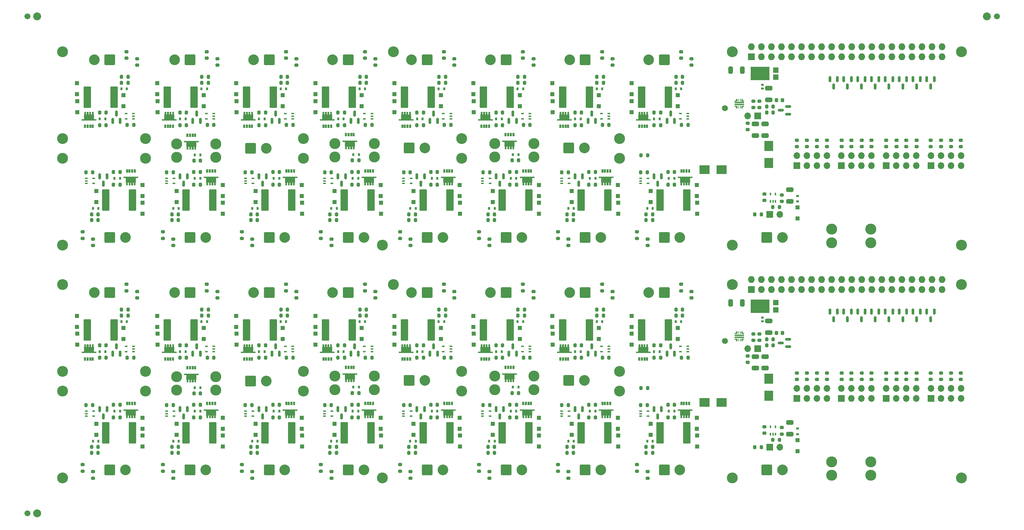
<source format=gbr>
%TF.GenerationSoftware,KiCad,Pcbnew,9.0.0+dfsg-1*%
%TF.CreationDate,2025-04-06T22:27:05+01:00*%
%TF.ProjectId,panel-16,70616e65-6c2d-4313-962e-6b696361645f,rev?*%
%TF.SameCoordinates,Original*%
%TF.FileFunction,Soldermask,Bot*%
%TF.FilePolarity,Negative*%
%FSLAX46Y46*%
G04 Gerber Fmt 4.6, Leading zero omitted, Abs format (unit mm)*
G04 Created by KiCad (PCBNEW 9.0.0+dfsg-1) date 2025-04-06 22:27:05*
%MOMM*%
%LPD*%
G01*
G04 APERTURE LIST*
G04 Aperture macros list*
%AMRoundRect*
0 Rectangle with rounded corners*
0 $1 Rounding radius*
0 $2 $3 $4 $5 $6 $7 $8 $9 X,Y pos of 4 corners*
0 Add a 4 corners polygon primitive as box body*
4,1,4,$2,$3,$4,$5,$6,$7,$8,$9,$2,$3,0*
0 Add four circle primitives for the rounded corners*
1,1,$1+$1,$2,$3*
1,1,$1+$1,$4,$5*
1,1,$1+$1,$6,$7*
1,1,$1+$1,$8,$9*
0 Add four rect primitives between the rounded corners*
20,1,$1+$1,$2,$3,$4,$5,0*
20,1,$1+$1,$4,$5,$6,$7,0*
20,1,$1+$1,$6,$7,$8,$9,0*
20,1,$1+$1,$8,$9,$2,$3,0*%
%AMFreePoly0*
4,1,5,0.225000,-0.400000,-0.225000,-0.400000,-0.225000,0.400000,0.225000,0.400000,0.225000,-0.400000,0.225000,-0.400000,$1*%
%AMFreePoly1*
4,1,29,0.150000,1.240000,0.200000,1.240000,0.200000,-1.260000,0.150000,-1.260000,0.150000,-1.860000,-0.150000,-1.860000,-0.150000,-1.260000,-1.350000,-1.260000,-1.350000,-1.210000,-2.050000,-1.210000,-2.050000,-0.760000,-1.350000,-0.760000,-1.350000,-0.560000,-2.050000,-0.560000,-2.050000,-0.110000,-1.350000,-0.110000,-1.350000,0.090000,-2.050000,0.090000,-2.050000,0.540000,-1.350000,0.540000,
-1.350000,0.740000,-2.050000,0.740000,-2.050000,1.190000,-1.350000,1.190000,-1.350000,1.240000,-0.150000,1.240000,-0.150000,1.840000,0.150000,1.840000,0.150000,1.240000,0.150000,1.240000,$1*%
%AMFreePoly2*
4,1,27,0.269134,0.146194,0.285355,0.135355,0.296194,0.119134,0.300000,0.100000,0.300000,-0.450000,0.296194,-0.469134,0.285355,-0.485355,0.269134,-0.496194,0.250000,-0.500000,0.100000,-0.500000,0.080866,-0.496194,0.064645,-0.485355,0.053806,-0.469134,0.050000,-0.450000,0.050000,-0.150000,-0.250000,-0.150000,-0.269134,-0.146194,-0.285355,-0.135355,-0.296194,-0.119134,-0.300000,-0.100000,
-0.300000,0.100000,-0.296194,0.119134,-0.285355,0.135355,-0.269134,0.146194,-0.250000,0.150000,0.250000,0.150000,0.269134,0.146194,0.269134,0.146194,$1*%
%AMFreePoly3*
4,1,27,0.269134,0.496194,0.285355,0.485355,0.296194,0.469134,0.300000,0.450000,0.300000,-0.100000,0.296194,-0.119134,0.285355,-0.135355,0.269134,-0.146194,0.250000,-0.150000,-0.250000,-0.150000,-0.269134,-0.146194,-0.285355,-0.135355,-0.296194,-0.119134,-0.300000,-0.100000,-0.300000,0.100000,-0.296194,0.119134,-0.285355,0.135355,-0.269134,0.146194,-0.250000,0.150000,0.050000,0.150000,
0.050000,0.450000,0.053806,0.469134,0.064645,0.485355,0.080866,0.496194,0.100000,0.500000,0.250000,0.500000,0.269134,0.496194,0.269134,0.496194,$1*%
%AMFreePoly4*
4,1,27,-0.080866,0.496194,-0.064645,0.485355,-0.053806,0.469134,-0.050000,0.450000,-0.050000,0.150000,0.250000,0.150000,0.269134,0.146194,0.285355,0.135355,0.296194,0.119134,0.300000,0.100000,0.300000,-0.100000,0.296194,-0.119134,0.285355,-0.135355,0.269134,-0.146194,0.250000,-0.150000,-0.250000,-0.150000,-0.269134,-0.146194,-0.285355,-0.135355,-0.296194,-0.119134,-0.300000,-0.100000,
-0.300000,0.450000,-0.296194,0.469134,-0.285355,0.485355,-0.269134,0.496194,-0.250000,0.500000,-0.100000,0.500000,-0.080866,0.496194,-0.080866,0.496194,$1*%
%AMFreePoly5*
4,1,27,0.269134,0.146194,0.285355,0.135355,0.296194,0.119134,0.300000,0.100000,0.300000,-0.100000,0.296194,-0.119134,0.285355,-0.135355,0.269134,-0.146194,0.250000,-0.150000,-0.050000,-0.150000,-0.050000,-0.450000,-0.053806,-0.469134,-0.064645,-0.485355,-0.080866,-0.496194,-0.100000,-0.500000,-0.250000,-0.500000,-0.269134,-0.496194,-0.285355,-0.485355,-0.296194,-0.469134,-0.300000,-0.450000,
-0.300000,0.100000,-0.296194,0.119134,-0.285355,0.135355,-0.269134,0.146194,-0.250000,0.150000,0.250000,0.150000,0.269134,0.146194,0.269134,0.146194,$1*%
G04 Aperture macros list end*
%ADD10RoundRect,0.250001X-1.099999X-1.099999X1.099999X-1.099999X1.099999X1.099999X-1.099999X1.099999X0*%
%ADD11C,2.700000*%
%ADD12RoundRect,0.250001X1.099999X1.099999X-1.099999X1.099999X-1.099999X-1.099999X1.099999X-1.099999X0*%
%ADD13R,1.727200X1.727200*%
%ADD14O,1.727200X1.727200*%
%ADD15C,2.750000*%
%ADD16R,1.700000X1.700000*%
%ADD17O,1.700000X1.700000*%
%ADD18C,2.780000*%
%ADD19C,1.500000*%
%ADD20FreePoly0,180.000000*%
%ADD21FreePoly1,90.000000*%
%ADD22RoundRect,0.200000X-0.200000X-0.275000X0.200000X-0.275000X0.200000X0.275000X-0.200000X0.275000X0*%
%ADD23RoundRect,0.250000X-0.712500X-2.475000X0.712500X-2.475000X0.712500X2.475000X-0.712500X2.475000X0*%
%ADD24RoundRect,0.200000X-0.275000X0.200000X-0.275000X-0.200000X0.275000X-0.200000X0.275000X0.200000X0*%
%ADD25RoundRect,0.200000X0.200000X0.275000X-0.200000X0.275000X-0.200000X-0.275000X0.200000X-0.275000X0*%
%ADD26RoundRect,0.150000X-0.150000X0.587500X-0.150000X-0.587500X0.150000X-0.587500X0.150000X0.587500X0*%
%ADD27RoundRect,0.150000X0.587500X0.150000X-0.587500X0.150000X-0.587500X-0.150000X0.587500X-0.150000X0*%
%ADD28R,1.100000X1.100000*%
%ADD29FreePoly0,0.000000*%
%ADD30FreePoly1,270.000000*%
%ADD31RoundRect,0.150000X0.150000X-0.587500X0.150000X0.587500X-0.150000X0.587500X-0.150000X-0.587500X0*%
%ADD32R,0.600000X0.700000*%
%ADD33RoundRect,0.200000X0.275000X-0.200000X0.275000X0.200000X-0.275000X0.200000X-0.275000X-0.200000X0*%
%ADD34RoundRect,0.100000X0.225000X0.100000X-0.225000X0.100000X-0.225000X-0.100000X0.225000X-0.100000X0*%
%ADD35RoundRect,0.250000X0.650000X-0.325000X0.650000X0.325000X-0.650000X0.325000X-0.650000X-0.325000X0*%
%ADD36RoundRect,0.250000X0.712500X2.475000X-0.712500X2.475000X-0.712500X-2.475000X0.712500X-2.475000X0*%
%ADD37RoundRect,0.100000X-0.225000X-0.100000X0.225000X-0.100000X0.225000X0.100000X-0.225000X0.100000X0*%
%ADD38R,0.700000X0.600000*%
%ADD39C,2.000000*%
%ADD40R,2.500000X2.300000*%
%ADD41R,2.300000X2.500000*%
%ADD42RoundRect,0.250000X-0.325000X-0.650000X0.325000X-0.650000X0.325000X0.650000X-0.325000X0.650000X0*%
%ADD43RoundRect,0.100000X0.100000X-0.225000X0.100000X0.225000X-0.100000X0.225000X-0.100000X-0.225000X0*%
%ADD44FreePoly2,90.000000*%
%ADD45RoundRect,0.050000X0.075000X-0.250000X0.075000X0.250000X-0.075000X0.250000X-0.075000X-0.250000X0*%
%ADD46FreePoly3,90.000000*%
%ADD47RoundRect,0.050000X1.150000X-0.100000X1.150000X0.100000X-1.150000X0.100000X-1.150000X-0.100000X0*%
%ADD48FreePoly4,90.000000*%
%ADD49FreePoly5,90.000000*%
%ADD50RoundRect,0.225000X-0.225000X-0.250000X0.225000X-0.250000X0.225000X0.250000X-0.225000X0.250000X0*%
%ADD51RoundRect,0.250000X-0.650000X0.325000X-0.650000X-0.325000X0.650000X-0.325000X0.650000X0.325000X0*%
%ADD52R,4.860000X3.360000*%
%ADD53R,1.400000X1.390000*%
%ADD54RoundRect,0.140000X0.170000X-0.140000X0.170000X0.140000X-0.170000X0.140000X-0.170000X-0.140000X0*%
G04 APERTURE END LIST*
D10*
%TO.C,J4*%
X46689350Y-78500000D03*
D11*
X50649350Y-78500000D03*
%TD*%
D12*
%TO.C,J19*%
X147004344Y-33500000D03*
D11*
X143044344Y-33500000D03*
%TD*%
D13*
%TO.C,J2*%
X209059350Y-32770000D03*
D14*
X209059350Y-30230000D03*
X211599350Y-32770000D03*
X211599350Y-30230000D03*
X214139350Y-32770000D03*
X214139350Y-30230000D03*
X216679350Y-32770000D03*
X216679350Y-30230000D03*
X219219350Y-32770000D03*
X219219350Y-30230000D03*
X221759350Y-32770000D03*
X221759350Y-30230000D03*
X224299350Y-32770000D03*
X224299350Y-30230000D03*
X226839350Y-32770000D03*
X226839350Y-30230000D03*
X229379350Y-32770000D03*
X229379350Y-30230000D03*
X231919350Y-32770000D03*
X231919350Y-30230000D03*
X234459350Y-32770000D03*
X234459350Y-30230000D03*
X236999350Y-32770000D03*
X236999350Y-30230000D03*
X239539350Y-32770000D03*
X239539350Y-30230000D03*
X242079350Y-32770000D03*
X242079350Y-30230000D03*
X244619350Y-32770000D03*
X244619350Y-30230000D03*
X247159350Y-32770000D03*
X247159350Y-30230000D03*
X249699350Y-32770000D03*
X249699350Y-30230000D03*
X252239350Y-32770000D03*
X252239350Y-30230000D03*
X254779350Y-32770000D03*
X254779350Y-30230000D03*
X257319350Y-32770000D03*
X257319350Y-30230000D03*
%TD*%
D15*
%TO.C,NPTH10*%
X95689350Y-117500000D03*
%TD*%
%TO.C,NPTH7*%
X55689350Y-112500000D03*
%TD*%
D12*
%TO.C,J5*%
X46689350Y-92500000D03*
D11*
X42729350Y-92500000D03*
%TD*%
D10*
%TO.C,J18*%
X147004344Y-78500000D03*
D11*
X150964344Y-78500000D03*
%TD*%
D10*
%TO.C,J3*%
X82329350Y-114900000D03*
D11*
X86289350Y-114900000D03*
%TD*%
D10*
%TO.C,J14*%
X107004344Y-137500000D03*
D11*
X110964344Y-137500000D03*
%TD*%
D16*
%TO.C,J29*%
X254489350Y-60300000D03*
D17*
X254489350Y-57760000D03*
X257029350Y-60300000D03*
X257029350Y-57760000D03*
X259569350Y-60300000D03*
X259569350Y-57760000D03*
X262109350Y-60300000D03*
X262109350Y-57760000D03*
%TD*%
D10*
%TO.C,J22*%
X187004344Y-78500000D03*
D11*
X190964344Y-78500000D03*
%TD*%
D15*
%TO.C,PI3*%
X204189350Y-31500000D03*
%TD*%
D10*
%TO.C,J7*%
X67004344Y-78500000D03*
D11*
X70964344Y-78500000D03*
%TD*%
D10*
%TO.C,J10*%
X212929350Y-78500000D03*
D11*
X216889350Y-78500000D03*
%TD*%
D15*
%TO.C,NPTH14*%
X175689350Y-58500000D03*
%TD*%
D12*
%TO.C,J19*%
X147004344Y-92500000D03*
D11*
X143044344Y-92500000D03*
%TD*%
D10*
%TO.C,J4*%
X46689350Y-137500000D03*
D11*
X50649350Y-137500000D03*
%TD*%
D10*
%TO.C,J20*%
X167004344Y-78500000D03*
D11*
X170964344Y-78500000D03*
%TD*%
D12*
%TO.C,J13*%
X87004344Y-33500000D03*
D11*
X83044344Y-33500000D03*
%TD*%
D15*
%TO.C,NPTH13*%
X175689350Y-53500000D03*
%TD*%
D16*
%TO.C,J11*%
X213679350Y-131700000D03*
D17*
X216219350Y-131700000D03*
%TD*%
D10*
%TO.C,J12*%
X87004344Y-137500000D03*
D11*
X90964344Y-137500000D03*
%TD*%
D16*
%TO.C,J6*%
X220569350Y-60300000D03*
D17*
X220569350Y-57760000D03*
X223109350Y-60300000D03*
X223109350Y-57760000D03*
X225649350Y-60300000D03*
X225649350Y-57760000D03*
X228189350Y-60300000D03*
X228189350Y-57760000D03*
%TD*%
D15*
%TO.C,NPTH14*%
X175689350Y-117500000D03*
%TD*%
D18*
%TO.C,F1*%
X73489350Y-117200000D03*
X73489350Y-113800000D03*
X63569350Y-117200000D03*
X63569350Y-113800000D03*
%TD*%
%TO.C,F20*%
X229329350Y-76450000D03*
X229329350Y-79850000D03*
X239249350Y-76450000D03*
X239249350Y-79850000D03*
%TD*%
D15*
%TO.C,NPTH12*%
X135689350Y-58500000D03*
%TD*%
%TO.C,NPTH5*%
X34689350Y-53500000D03*
%TD*%
D16*
%TO.C,J27*%
X243189350Y-60300000D03*
D17*
X243189350Y-57760000D03*
X245729350Y-60300000D03*
X245729350Y-57760000D03*
X248269350Y-60300000D03*
X248269350Y-57760000D03*
X250809350Y-60300000D03*
X250809350Y-57760000D03*
%TD*%
D12*
%TO.C,J21*%
X167004344Y-33500000D03*
D11*
X163044344Y-33500000D03*
%TD*%
D12*
%TO.C,J13*%
X87004344Y-92500000D03*
D11*
X83044344Y-92500000D03*
%TD*%
D18*
%TO.C,F18*%
X113599350Y-58100000D03*
X113599350Y-54700000D03*
X103679350Y-58100000D03*
X103679350Y-54700000D03*
%TD*%
D10*
%TO.C,J24*%
X122439350Y-55800000D03*
D11*
X126399350Y-55800000D03*
%TD*%
D18*
%TO.C,F18*%
X113599350Y-117100000D03*
X113599350Y-113700000D03*
X103679350Y-117100000D03*
X103679350Y-113700000D03*
%TD*%
D15*
%TO.C,NPTH11*%
X135689350Y-53500000D03*
%TD*%
D16*
%TO.C,J25*%
X231849350Y-60300000D03*
D17*
X231849350Y-57760000D03*
X234389350Y-60300000D03*
X234389350Y-57760000D03*
X236929350Y-60300000D03*
X236929350Y-57760000D03*
X239469350Y-60300000D03*
X239469350Y-57760000D03*
%TD*%
D15*
%TO.C,NPTH13*%
X175689350Y-112500000D03*
%TD*%
%TO.C,NPTH12*%
X135689350Y-117500000D03*
%TD*%
D12*
%TO.C,J17*%
X127004344Y-92500000D03*
D11*
X123044344Y-92500000D03*
%TD*%
D12*
%TO.C,J23*%
X187004344Y-33500000D03*
D11*
X183044344Y-33500000D03*
%TD*%
D15*
%TO.C,NPTH11*%
X135689350Y-112500000D03*
%TD*%
D10*
%TO.C,J20*%
X167004344Y-137500000D03*
D11*
X170964344Y-137500000D03*
%TD*%
D15*
%TO.C,NPTH2*%
X34689350Y-90500000D03*
%TD*%
%TO.C,NPTH4*%
X115689350Y-80500000D03*
%TD*%
%TO.C,NPTH9*%
X95689350Y-112500000D03*
%TD*%
D16*
%TO.C,J29*%
X254489350Y-119300000D03*
D17*
X254489350Y-116760000D03*
X257029350Y-119300000D03*
X257029350Y-116760000D03*
X259569350Y-119300000D03*
X259569350Y-116760000D03*
X262109350Y-119300000D03*
X262109350Y-116760000D03*
%TD*%
D15*
%TO.C,PI2*%
X262189350Y-80500000D03*
%TD*%
%TO.C,NPTH10*%
X95689350Y-58500000D03*
%TD*%
%TO.C,NPTH6*%
X34689350Y-58500000D03*
%TD*%
D10*
%TO.C,J7*%
X67004344Y-137500000D03*
D11*
X70964344Y-137500000D03*
%TD*%
D19*
%TO.C,KiKit_TO_3*%
X25810650Y-148500046D03*
%TD*%
D15*
%TO.C,NPTH2*%
X34689350Y-31500000D03*
%TD*%
%TO.C,NPTH9*%
X95689350Y-53500000D03*
%TD*%
D18*
%TO.C,F20*%
X229329350Y-135450000D03*
X229329350Y-138850000D03*
X239249350Y-135450000D03*
X239249350Y-138850000D03*
%TD*%
D16*
%TO.C,J25*%
X231849350Y-119300000D03*
D17*
X231849350Y-116760000D03*
X234389350Y-119300000D03*
X234389350Y-116760000D03*
X236929350Y-119300000D03*
X236929350Y-116760000D03*
X239469350Y-119300000D03*
X239469350Y-116760000D03*
%TD*%
D15*
%TO.C,PI1*%
X262189350Y-90500000D03*
%TD*%
D12*
%TO.C,J15*%
X107004344Y-33500000D03*
D11*
X103044344Y-33500000D03*
%TD*%
D10*
%TO.C,J18*%
X147004344Y-137500000D03*
D11*
X150964344Y-137500000D03*
%TD*%
D15*
%TO.C,NPTH1*%
X118439350Y-31500000D03*
%TD*%
%TO.C,NPTH8*%
X55689350Y-117500000D03*
%TD*%
D10*
%TO.C,J3*%
X82329350Y-55900000D03*
D11*
X86289350Y-55900000D03*
%TD*%
D12*
%TO.C,J21*%
X167004344Y-92500000D03*
D11*
X163044344Y-92500000D03*
%TD*%
D15*
%TO.C,NPTH6*%
X34689350Y-117500000D03*
%TD*%
D16*
%TO.C,J6*%
X220569350Y-119300000D03*
D17*
X220569350Y-116760000D03*
X223109350Y-119300000D03*
X223109350Y-116760000D03*
X225649350Y-119300000D03*
X225649350Y-116760000D03*
X228189350Y-119300000D03*
X228189350Y-116760000D03*
%TD*%
D12*
%TO.C,J5*%
X46689350Y-33500000D03*
D11*
X42729350Y-33500000D03*
%TD*%
D16*
%TO.C,J9*%
X210689350Y-106700000D03*
D17*
X208149350Y-106700000D03*
%TD*%
D15*
%TO.C,NPTH1*%
X118439350Y-90500000D03*
%TD*%
D12*
%TO.C,J15*%
X107004344Y-92500000D03*
D11*
X103044344Y-92500000D03*
%TD*%
D10*
%TO.C,J12*%
X87004344Y-78500000D03*
D11*
X90964344Y-78500000D03*
%TD*%
D10*
%TO.C,J26*%
X162849350Y-55800000D03*
D11*
X166809350Y-55800000D03*
%TD*%
D15*
%TO.C,NPTH4*%
X115689350Y-139500000D03*
%TD*%
D10*
%TO.C,J14*%
X107004344Y-78500000D03*
D11*
X110964344Y-78500000D03*
%TD*%
D10*
%TO.C,J10*%
X212929350Y-137500000D03*
D11*
X216889350Y-137500000D03*
%TD*%
D15*
%TO.C,PI4*%
X204189350Y-80500000D03*
%TD*%
D19*
%TO.C,KiKit_TO_2*%
X271189350Y-22500000D03*
%TD*%
D15*
%TO.C,NPTH3*%
X34689350Y-139500000D03*
%TD*%
D10*
%TO.C,J22*%
X187004344Y-137500000D03*
D11*
X190964344Y-137500000D03*
%TD*%
D16*
%TO.C,J11*%
X213679350Y-72700000D03*
D17*
X216219350Y-72700000D03*
%TD*%
D12*
%TO.C,J8*%
X67004344Y-33500000D03*
D11*
X63044344Y-33500000D03*
%TD*%
D10*
%TO.C,J26*%
X162849350Y-114800000D03*
D11*
X166809350Y-114800000D03*
%TD*%
D18*
%TO.C,F1*%
X73489350Y-58200000D03*
X73489350Y-54800000D03*
X63569350Y-58200000D03*
X63569350Y-54800000D03*
%TD*%
D12*
%TO.C,J8*%
X67004344Y-92500000D03*
D11*
X63044344Y-92500000D03*
%TD*%
D15*
%TO.C,PI3*%
X204189350Y-90500000D03*
%TD*%
%TO.C,NPTH7*%
X55689350Y-53500000D03*
%TD*%
D16*
%TO.C,J9*%
X210689350Y-47700000D03*
D17*
X208149350Y-47700000D03*
%TD*%
D16*
%TO.C,J27*%
X243189350Y-119300000D03*
D17*
X243189350Y-116760000D03*
X245729350Y-119300000D03*
X245729350Y-116760000D03*
X248269350Y-119300000D03*
X248269350Y-116760000D03*
X250809350Y-119300000D03*
X250809350Y-116760000D03*
%TD*%
D19*
%TO.C,KiKit_TO_1*%
X25810650Y-22500000D03*
%TD*%
D10*
%TO.C,J16*%
X127004344Y-137500000D03*
D11*
X130964344Y-137500000D03*
%TD*%
D15*
%TO.C,PI1*%
X262189350Y-31500000D03*
%TD*%
D12*
%TO.C,J23*%
X187004344Y-92500000D03*
D11*
X183044344Y-92500000D03*
%TD*%
D10*
%TO.C,J24*%
X122439350Y-114800000D03*
D11*
X126399350Y-114800000D03*
%TD*%
D12*
%TO.C,J17*%
X127004344Y-33500000D03*
D11*
X123044344Y-33500000D03*
%TD*%
D15*
%TO.C,NPTH5*%
X34689350Y-112500000D03*
%TD*%
D13*
%TO.C,J2*%
X209059350Y-91770000D03*
D14*
X209059350Y-89230000D03*
X211599350Y-91770000D03*
X211599350Y-89230000D03*
X214139350Y-91770000D03*
X214139350Y-89230000D03*
X216679350Y-91770000D03*
X216679350Y-89230000D03*
X219219350Y-91770000D03*
X219219350Y-89230000D03*
X221759350Y-91770000D03*
X221759350Y-89230000D03*
X224299350Y-91770000D03*
X224299350Y-89230000D03*
X226839350Y-91770000D03*
X226839350Y-89230000D03*
X229379350Y-91770000D03*
X229379350Y-89230000D03*
X231919350Y-91770000D03*
X231919350Y-89230000D03*
X234459350Y-91770000D03*
X234459350Y-89230000D03*
X236999350Y-91770000D03*
X236999350Y-89230000D03*
X239539350Y-91770000D03*
X239539350Y-89230000D03*
X242079350Y-91770000D03*
X242079350Y-89230000D03*
X244619350Y-91770000D03*
X244619350Y-89230000D03*
X247159350Y-91770000D03*
X247159350Y-89230000D03*
X249699350Y-91770000D03*
X249699350Y-89230000D03*
X252239350Y-91770000D03*
X252239350Y-89230000D03*
X254779350Y-91770000D03*
X254779350Y-89230000D03*
X257319350Y-91770000D03*
X257319350Y-89230000D03*
%TD*%
D10*
%TO.C,J16*%
X127004344Y-78500000D03*
D11*
X130964344Y-78500000D03*
%TD*%
D15*
%TO.C,NPTH3*%
X34689350Y-80500000D03*
%TD*%
D18*
%TO.C,F19*%
X154009350Y-58100000D03*
X154009350Y-54700000D03*
X144089350Y-58100000D03*
X144089350Y-54700000D03*
%TD*%
D15*
%TO.C,NPTH8*%
X55689350Y-58500000D03*
%TD*%
D18*
%TO.C,F19*%
X154009350Y-117100000D03*
X154009350Y-113700000D03*
X144089350Y-117100000D03*
X144089350Y-113700000D03*
%TD*%
D15*
%TO.C,PI4*%
X204189350Y-139500000D03*
%TD*%
%TO.C,PI2*%
X262189350Y-139500000D03*
%TD*%
D20*
%TO.C,Q34*%
X108399350Y-111487500D03*
D21*
X107414350Y-113137500D03*
D20*
X107749350Y-111487500D03*
X107099350Y-111487500D03*
X106449350Y-111487500D03*
%TD*%
D22*
%TO.C,R140*%
X184421844Y-109050000D03*
X186071844Y-109050000D03*
%TD*%
D23*
%TO.C,F11*%
X121259344Y-42950000D03*
X128034344Y-42950000D03*
%TD*%
D24*
%TO.C,R72*%
X91246844Y-31425000D03*
X91246844Y-33075000D03*
%TD*%
%TO.C,R142*%
X191246844Y-31425000D03*
X191246844Y-33075000D03*
%TD*%
D25*
%TO.C,R13*%
X64036844Y-74150000D03*
X62386844Y-74150000D03*
%TD*%
D26*
%TO.C,D128*%
X249939350Y-97362500D03*
X251839350Y-97362500D03*
X250889350Y-99237500D03*
%TD*%
D24*
%TO.C,R42*%
X209539350Y-43975000D03*
X209539350Y-45625000D03*
%TD*%
D27*
%TO.C,U9*%
X218364350Y-104350000D03*
X218364350Y-106250000D03*
X216489350Y-105300000D03*
%TD*%
D22*
%TO.C,R81*%
X109971844Y-98350000D03*
X111621844Y-98350000D03*
%TD*%
D28*
%TO.C,D61*%
X115311844Y-69750000D03*
X115311844Y-72550000D03*
%TD*%
D23*
%TO.C,F7*%
X81259344Y-101950000D03*
X88034344Y-101950000D03*
%TD*%
D25*
%TO.C,R52*%
X89586844Y-120950000D03*
X87936844Y-120950000D03*
%TD*%
%TO.C,R97*%
X133014350Y-109000000D03*
X131364350Y-109000000D03*
%TD*%
D29*
%TO.C,Q17*%
X100721844Y-109350000D03*
D30*
X101706844Y-107700000D03*
D29*
X101371844Y-109350000D03*
X102021844Y-109350000D03*
X102671844Y-109350000D03*
%TD*%
D28*
%TO.C,D75*%
X135311844Y-69750000D03*
X135311844Y-72550000D03*
%TD*%
%TO.C,D74*%
X135261844Y-124250000D03*
X135261844Y-127050000D03*
%TD*%
D31*
%TO.C,Q8*%
X69596844Y-48987500D03*
X67696844Y-48987500D03*
X68646844Y-47112500D03*
%TD*%
D24*
%TO.C,R145*%
X245769350Y-112875000D03*
X245769350Y-114525000D03*
%TD*%
D22*
%TO.C,R104*%
X141164350Y-62000000D03*
X142814350Y-62000000D03*
%TD*%
D29*
%TO.C,Q21*%
X120721844Y-50350000D03*
D30*
X121706844Y-48700000D03*
D29*
X121371844Y-50350000D03*
X122021844Y-50350000D03*
X122671844Y-50350000D03*
%TD*%
D28*
%TO.C,D70*%
X123561844Y-66750000D03*
X123561844Y-69550000D03*
%TD*%
D25*
%TO.C,R85*%
X106071844Y-105850000D03*
X104421844Y-105850000D03*
%TD*%
D26*
%TO.C,D131*%
X242939350Y-97362500D03*
X244839350Y-97362500D03*
X243889350Y-99237500D03*
%TD*%
D32*
%TO.C,D47*%
X62711844Y-71150000D03*
X64111844Y-71150000D03*
%TD*%
D33*
%TO.C,R131*%
X180111844Y-78775000D03*
X180111844Y-77125000D03*
%TD*%
D23*
%TO.C,F9*%
X101259344Y-101950000D03*
X108034344Y-101950000D03*
%TD*%
D25*
%TO.C,R52*%
X89586844Y-61950000D03*
X87936844Y-61950000D03*
%TD*%
%TO.C,R119*%
X169586844Y-61950000D03*
X167936844Y-61950000D03*
%TD*%
D23*
%TO.C,F3*%
X40944350Y-42950000D03*
X47719350Y-42950000D03*
%TD*%
D28*
%TO.C,D25*%
X83561844Y-66750000D03*
X83561844Y-69550000D03*
%TD*%
D25*
%TO.C,R53*%
X43721850Y-131650000D03*
X42071850Y-131650000D03*
%TD*%
D22*
%TO.C,R80*%
X109971844Y-96850000D03*
X111621844Y-96850000D03*
%TD*%
D25*
%TO.C,R41*%
X214564350Y-45350000D03*
X212914350Y-45350000D03*
%TD*%
D28*
%TO.C,D77*%
X130446844Y-104250000D03*
X130446844Y-101450000D03*
%TD*%
D24*
%TO.C,R31*%
X228169350Y-53875000D03*
X228169350Y-55525000D03*
%TD*%
D22*
%TO.C,R51*%
X80964350Y-62000000D03*
X82614350Y-62000000D03*
%TD*%
D24*
%TO.C,R5*%
X50931850Y-90425000D03*
X50931850Y-92075000D03*
%TD*%
D28*
%TO.C,D28*%
X95311844Y-128750000D03*
X95311844Y-131550000D03*
%TD*%
D25*
%TO.C,R116*%
X164036844Y-131650000D03*
X162386844Y-131650000D03*
%TD*%
D26*
%TO.C,D126*%
X235939350Y-97362500D03*
X237839350Y-97362500D03*
X236889350Y-99237500D03*
%TD*%
D28*
%TO.C,D117*%
X195311844Y-128750000D03*
X195311844Y-131550000D03*
%TD*%
D33*
%TO.C,R55*%
X212329350Y-128175000D03*
X212329350Y-126525000D03*
%TD*%
D28*
%TO.C,D81*%
X118746844Y-46750000D03*
X118746844Y-43950000D03*
%TD*%
D34*
%TO.C,U10*%
X72996844Y-47150000D03*
X72996844Y-47800000D03*
X72996844Y-48450000D03*
X71096844Y-48450000D03*
X71096844Y-47150000D03*
%TD*%
D31*
%TO.C,Q16*%
X109596844Y-48987500D03*
X107696844Y-48987500D03*
X108646844Y-47112500D03*
%TD*%
D25*
%TO.C,R111*%
X153014350Y-50000000D03*
X151364350Y-50000000D03*
%TD*%
D22*
%TO.C,R98*%
X124421844Y-109050000D03*
X126071844Y-109050000D03*
%TD*%
%TO.C,R51*%
X80964350Y-121000000D03*
X82614350Y-121000000D03*
%TD*%
%TO.C,R14*%
X61064350Y-62000000D03*
X62714350Y-62000000D03*
%TD*%
D35*
%TO.C,C19*%
X213489350Y-102675000D03*
X213489350Y-99725000D03*
%TD*%
D20*
%TO.C,Q19*%
X133286844Y-61650000D03*
D21*
X132301844Y-63300000D03*
D20*
X132636844Y-61650000D03*
X131986844Y-61650000D03*
X131336844Y-61650000D03*
%TD*%
%TO.C,Q31*%
X193286844Y-61650000D03*
D21*
X192301844Y-63300000D03*
D20*
X192636844Y-61650000D03*
X191986844Y-61650000D03*
X191336844Y-61650000D03*
%TD*%
%TO.C,Q31*%
X193286844Y-120650000D03*
D21*
X192301844Y-122300000D03*
D20*
X192636844Y-120650000D03*
X191986844Y-120650000D03*
X191336844Y-120650000D03*
%TD*%
D28*
%TO.C,D102*%
X175261844Y-65250000D03*
X175261844Y-68050000D03*
%TD*%
D24*
%TO.C,R37*%
X257069350Y-53875000D03*
X257069350Y-55525000D03*
%TD*%
D28*
%TO.C,D82*%
X118696844Y-42250000D03*
X118696844Y-39450000D03*
%TD*%
D25*
%TO.C,R115*%
X164036844Y-74150000D03*
X162386844Y-74150000D03*
%TD*%
D36*
%TO.C,F6*%
X92749344Y-69050000D03*
X85974344Y-69050000D03*
%TD*%
D22*
%TO.C,R6*%
X47621850Y-124150000D03*
X49271850Y-124150000D03*
%TD*%
D28*
%TO.C,D116*%
X195261844Y-124250000D03*
X195261844Y-127050000D03*
%TD*%
D22*
%TO.C,R8*%
X67964350Y-118100000D03*
X69614350Y-118100000D03*
%TD*%
D33*
%TO.C,R107*%
X142761844Y-139575000D03*
X142761844Y-137925000D03*
%TD*%
D23*
%TO.C,F9*%
X101259344Y-42950000D03*
X108034344Y-42950000D03*
%TD*%
D25*
%TO.C,R50*%
X84036844Y-133150000D03*
X82386844Y-133150000D03*
%TD*%
D37*
%TO.C,U13*%
X101011844Y-64850000D03*
X101011844Y-64200000D03*
X101011844Y-63550000D03*
X102911844Y-63550000D03*
X102911844Y-64850000D03*
%TD*%
D25*
%TO.C,R116*%
X164036844Y-72650000D03*
X162386844Y-72650000D03*
%TD*%
D32*
%TO.C,D6*%
X68189350Y-116600000D03*
X69589350Y-116600000D03*
%TD*%
D25*
%TO.C,R19*%
X73014350Y-50000000D03*
X71364350Y-50000000D03*
%TD*%
%TO.C,R19*%
X73014350Y-109000000D03*
X71364350Y-109000000D03*
%TD*%
%TO.C,R74*%
X104036844Y-72650000D03*
X102386844Y-72650000D03*
%TD*%
D28*
%TO.C,D102*%
X175261844Y-124250000D03*
X175261844Y-127050000D03*
%TD*%
D22*
%TO.C,R112*%
X144421844Y-50050000D03*
X146071844Y-50050000D03*
%TD*%
D29*
%TO.C,Q25*%
X140721844Y-50350000D03*
D30*
X141706844Y-48700000D03*
D29*
X141371844Y-50350000D03*
X142021844Y-50350000D03*
X142671844Y-50350000D03*
%TD*%
D22*
%TO.C,R23*%
X181114350Y-57700000D03*
X182764350Y-57700000D03*
%TD*%
D33*
%TO.C,R79*%
X102761844Y-80575000D03*
X102761844Y-78925000D03*
%TD*%
D22*
%TO.C,R57*%
X69971844Y-39350000D03*
X71621844Y-39350000D03*
%TD*%
D25*
%TO.C,R62*%
X84036844Y-72650000D03*
X82386844Y-72650000D03*
%TD*%
D20*
%TO.C,Q11*%
X93286844Y-61650000D03*
D21*
X92301844Y-63300000D03*
D20*
X92636844Y-61650000D03*
X91986844Y-61650000D03*
X91336844Y-61650000D03*
%TD*%
D22*
%TO.C,R137*%
X189971844Y-98350000D03*
X191621844Y-98350000D03*
%TD*%
D33*
%TO.C,R47*%
X216754350Y-128400000D03*
X216754350Y-126750000D03*
%TD*%
D37*
%TO.C,U13*%
X101011844Y-123850000D03*
X101011844Y-123200000D03*
X101011844Y-122550000D03*
X102911844Y-122550000D03*
X102911844Y-123850000D03*
%TD*%
D38*
%TO.C,D39*%
X220739350Y-69400000D03*
X220739350Y-68000000D03*
%TD*%
D20*
%TO.C,Q7*%
X73286844Y-120650000D03*
D21*
X72301844Y-122300000D03*
D20*
X72636844Y-120650000D03*
X71986844Y-120650000D03*
X71336844Y-120650000D03*
%TD*%
D32*
%TO.C,D133*%
X148709350Y-57500000D03*
X150109350Y-57500000D03*
%TD*%
D24*
%TO.C,R32*%
X239469350Y-112875000D03*
X239469350Y-114525000D03*
%TD*%
D22*
%TO.C,R106*%
X147936844Y-65150000D03*
X149586844Y-65150000D03*
%TD*%
D28*
%TO.C,D91*%
X150446844Y-104250000D03*
X150446844Y-101450000D03*
%TD*%
D32*
%TO.C,D49*%
X82711844Y-71150000D03*
X84111844Y-71150000D03*
%TD*%
D36*
%TO.C,F6*%
X92749344Y-128050000D03*
X85974344Y-128050000D03*
%TD*%
D28*
%TO.C,D82*%
X118696844Y-101250000D03*
X118696844Y-98450000D03*
%TD*%
D37*
%TO.C,U5*%
X40696850Y-64850000D03*
X40696850Y-64200000D03*
X40696850Y-63550000D03*
X42596850Y-63550000D03*
X42596850Y-64850000D03*
%TD*%
D25*
%TO.C,R9*%
X43721850Y-74150000D03*
X42071850Y-74150000D03*
%TD*%
D28*
%TO.C,D63*%
X110446844Y-45250000D03*
X110446844Y-42450000D03*
%TD*%
D32*
%TO.C,D101*%
X168161844Y-63550000D03*
X169561844Y-63550000D03*
%TD*%
%TO.C,D52*%
X85846844Y-48450000D03*
X84446844Y-48450000D03*
%TD*%
D20*
%TO.C,Q34*%
X108399350Y-52487500D03*
D21*
X107414350Y-54137500D03*
D20*
X107749350Y-52487500D03*
X107099350Y-52487500D03*
X106449350Y-52487500D03*
%TD*%
D24*
%TO.C,R96*%
X133896844Y-33225000D03*
X133896844Y-34875000D03*
%TD*%
%TO.C,R146*%
X243169350Y-112875000D03*
X243169350Y-114525000D03*
%TD*%
D23*
%TO.C,F3*%
X40944350Y-101950000D03*
X47719350Y-101950000D03*
%TD*%
D26*
%TO.C,Q30*%
X184411844Y-63012500D03*
X186311844Y-63012500D03*
X185361844Y-64887500D03*
%TD*%
D25*
%TO.C,R127*%
X166071844Y-105850000D03*
X164421844Y-105850000D03*
%TD*%
D32*
%TO.C,D101*%
X168161844Y-122550000D03*
X169561844Y-122550000D03*
%TD*%
D22*
%TO.C,R94*%
X129971844Y-37850000D03*
X131621844Y-37850000D03*
%TD*%
D32*
%TO.C,D120*%
X191296844Y-40850000D03*
X189896844Y-40850000D03*
%TD*%
D26*
%TO.C,Q4*%
X44096850Y-63012500D03*
X45996850Y-63012500D03*
X45046850Y-64887500D03*
%TD*%
D25*
%TO.C,R91*%
X129586844Y-61950000D03*
X127936844Y-61950000D03*
%TD*%
D28*
%TO.C,D96*%
X138696844Y-42250000D03*
X138696844Y-39450000D03*
%TD*%
D20*
%TO.C,Q2*%
X52971850Y-120650000D03*
D21*
X51986850Y-122300000D03*
D20*
X52321850Y-120650000D03*
X51671850Y-120650000D03*
X51021850Y-120650000D03*
%TD*%
D39*
%TO.C,KiKit_FID_B_1*%
X28310650Y-22500000D03*
%TD*%
D26*
%TO.C,Q6*%
X64411844Y-63012500D03*
X66311844Y-63012500D03*
X65361844Y-64887500D03*
%TD*%
%TO.C,D130*%
X246439350Y-97362500D03*
X248339350Y-97362500D03*
X247389350Y-99237500D03*
%TD*%
D19*
%TO.C,TP1*%
X202389350Y-104800000D03*
%TD*%
D25*
%TO.C,R129*%
X184036844Y-133150000D03*
X182386844Y-133150000D03*
%TD*%
D29*
%TO.C,Q13*%
X80721844Y-50350000D03*
D30*
X81706844Y-48700000D03*
D29*
X81371844Y-50350000D03*
X82021844Y-50350000D03*
X82671844Y-50350000D03*
%TD*%
D22*
%TO.C,R123*%
X169971844Y-39350000D03*
X171621844Y-39350000D03*
%TD*%
D28*
%TO.C,D74*%
X135261844Y-65250000D03*
X135261844Y-68050000D03*
%TD*%
D25*
%TO.C,R62*%
X84036844Y-131650000D03*
X82386844Y-131650000D03*
%TD*%
D28*
%TO.C,D8*%
X54946850Y-65250000D03*
X54946850Y-68050000D03*
%TD*%
D32*
%TO.C,D94*%
X145846844Y-107450000D03*
X144446844Y-107450000D03*
%TD*%
D24*
%TO.C,R144*%
X248269350Y-53875000D03*
X248269350Y-55525000D03*
%TD*%
D28*
%TO.C,D44*%
X90446844Y-104250000D03*
X90446844Y-101450000D03*
%TD*%
D25*
%TO.C,R105*%
X149586844Y-120950000D03*
X147936844Y-120950000D03*
%TD*%
D28*
%TO.C,D110*%
X158696844Y-42250000D03*
X158696844Y-39450000D03*
%TD*%
D22*
%TO.C,R23*%
X181114350Y-116700000D03*
X182764350Y-116700000D03*
%TD*%
D28*
%TO.C,D117*%
X195311844Y-69750000D03*
X195311844Y-72550000D03*
%TD*%
D20*
%TO.C,Q11*%
X93286844Y-120650000D03*
D21*
X92301844Y-122300000D03*
D20*
X92636844Y-120650000D03*
X91986844Y-120650000D03*
X91336844Y-120650000D03*
%TD*%
D32*
%TO.C,D49*%
X82711844Y-130150000D03*
X84111844Y-130150000D03*
%TD*%
D24*
%TO.C,R59*%
X53581850Y-92225000D03*
X53581850Y-93875000D03*
%TD*%
D20*
%TO.C,Q1*%
X68289350Y-52587500D03*
D21*
X67304350Y-54237500D03*
D20*
X67639350Y-52587500D03*
X66989350Y-52587500D03*
X66339350Y-52587500D03*
%TD*%
D28*
%TO.C,D110*%
X158696844Y-101250000D03*
X158696844Y-98450000D03*
%TD*%
D25*
%TO.C,R101*%
X144036844Y-133150000D03*
X142386844Y-133150000D03*
%TD*%
D34*
%TO.C,U12*%
X92996844Y-47150000D03*
X92996844Y-47800000D03*
X92996844Y-48450000D03*
X91096844Y-48450000D03*
X91096844Y-47150000D03*
%TD*%
D32*
%TO.C,D26*%
X88161844Y-122550000D03*
X89561844Y-122550000D03*
%TD*%
D28*
%TO.C,D12*%
X43246850Y-66750000D03*
X43246850Y-69550000D03*
%TD*%
D24*
%TO.C,R32*%
X239469350Y-53875000D03*
X239469350Y-55525000D03*
%TD*%
D28*
%TO.C,D68*%
X98696844Y-101250000D03*
X98696844Y-98450000D03*
%TD*%
D22*
%TO.C,R140*%
X184421844Y-50050000D03*
X186071844Y-50050000D03*
%TD*%
%TO.C,R67*%
X89971844Y-39350000D03*
X91621844Y-39350000D03*
%TD*%
D28*
%TO.C,D10*%
X54996850Y-128750000D03*
X54996850Y-131550000D03*
%TD*%
D25*
%TO.C,R74*%
X104036844Y-131650000D03*
X102386844Y-131650000D03*
%TD*%
%TO.C,R12*%
X52714350Y-50000000D03*
X51064350Y-50000000D03*
%TD*%
D20*
%TO.C,Q15*%
X113286844Y-61650000D03*
D21*
X112301844Y-63300000D03*
D20*
X112636844Y-61650000D03*
X111986844Y-61650000D03*
X111336844Y-61650000D03*
%TD*%
D25*
%TO.C,R2*%
X49271850Y-120950000D03*
X47621850Y-120950000D03*
%TD*%
D32*
%TO.C,D106*%
X171296844Y-40850000D03*
X169896844Y-40850000D03*
%TD*%
D36*
%TO.C,F8*%
X112749344Y-128050000D03*
X105974344Y-128050000D03*
%TD*%
D32*
%TO.C,D92*%
X151296844Y-40850000D03*
X149896844Y-40850000D03*
%TD*%
D28*
%TO.C,D20*%
X70446844Y-104250000D03*
X70446844Y-101450000D03*
%TD*%
D22*
%TO.C,R132*%
X181064350Y-62000000D03*
X182714350Y-62000000D03*
%TD*%
D32*
%TO.C,D71*%
X122711844Y-71150000D03*
X124111844Y-71150000D03*
%TD*%
D24*
%TO.C,R42*%
X209539350Y-102975000D03*
X209539350Y-104625000D03*
%TD*%
D37*
%TO.C,U19*%
X161011844Y-64850000D03*
X161011844Y-64200000D03*
X161011844Y-63550000D03*
X162911844Y-63550000D03*
X162911844Y-64850000D03*
%TD*%
D32*
%TO.C,D120*%
X191296844Y-99850000D03*
X189896844Y-99850000D03*
%TD*%
D33*
%TO.C,R46*%
X208089350Y-51225000D03*
X208089350Y-49575000D03*
%TD*%
D22*
%TO.C,R134*%
X187936844Y-65150000D03*
X189586844Y-65150000D03*
%TD*%
D32*
%TO.C,D87*%
X148161844Y-63550000D03*
X149561844Y-63550000D03*
%TD*%
D40*
%TO.C,D7*%
X197189350Y-61350000D03*
X201489350Y-61350000D03*
%TD*%
D24*
%TO.C,R110*%
X153896844Y-92225000D03*
X153896844Y-93875000D03*
%TD*%
D25*
%TO.C,R77*%
X109586844Y-61950000D03*
X107936844Y-61950000D03*
%TD*%
D23*
%TO.C,F17*%
X181259344Y-101950000D03*
X188034344Y-101950000D03*
%TD*%
D33*
%TO.C,R117*%
X160111844Y-78775000D03*
X160111844Y-77125000D03*
%TD*%
D24*
%TO.C,R39*%
X231869350Y-53875000D03*
X231869350Y-55525000D03*
%TD*%
D22*
%TO.C,R14*%
X61064350Y-121000000D03*
X62714350Y-121000000D03*
%TD*%
D20*
%TO.C,Q2*%
X52971850Y-61650000D03*
D21*
X51986850Y-63300000D03*
D20*
X52321850Y-61650000D03*
X51671850Y-61650000D03*
X51021850Y-61650000D03*
%TD*%
D34*
%TO.C,U14*%
X112996844Y-47150000D03*
X112996844Y-47800000D03*
X112996844Y-48450000D03*
X111096844Y-48450000D03*
X111096844Y-47150000D03*
%TD*%
D22*
%TO.C,R109*%
X149971844Y-39350000D03*
X151621844Y-39350000D03*
%TD*%
D26*
%TO.C,D128*%
X249939350Y-38362500D03*
X251839350Y-38362500D03*
X250889350Y-40237500D03*
%TD*%
D25*
%TO.C,R73*%
X104036844Y-74150000D03*
X102386844Y-74150000D03*
%TD*%
D33*
%TO.C,R65*%
X82761844Y-139575000D03*
X82761844Y-137925000D03*
%TD*%
D24*
%TO.C,R100*%
X131246844Y-31425000D03*
X131246844Y-33075000D03*
%TD*%
D31*
%TO.C,Q20*%
X129596844Y-107987500D03*
X127696844Y-107987500D03*
X128646844Y-106112500D03*
%TD*%
D28*
%TO.C,D9*%
X38431850Y-105750000D03*
X38431850Y-102950000D03*
%TD*%
D25*
%TO.C,R71*%
X86071844Y-105850000D03*
X84421844Y-105850000D03*
%TD*%
D32*
%TO.C,D59*%
X108161844Y-63550000D03*
X109561844Y-63550000D03*
%TD*%
D25*
%TO.C,R15*%
X69586844Y-61950000D03*
X67936844Y-61950000D03*
%TD*%
D26*
%TO.C,Q6*%
X64411844Y-122012500D03*
X66311844Y-122012500D03*
X65361844Y-123887500D03*
%TD*%
D24*
%TO.C,R86*%
X111246844Y-90425000D03*
X111246844Y-92075000D03*
%TD*%
D41*
%TO.C,D16*%
X213489350Y-114350000D03*
X213489350Y-118650000D03*
%TD*%
D25*
%TO.C,R53*%
X43721850Y-72650000D03*
X42071850Y-72650000D03*
%TD*%
D28*
%TO.C,D40*%
X220739350Y-73700000D03*
X220739350Y-70900000D03*
%TD*%
%TO.C,D17*%
X75261844Y-124250000D03*
X75261844Y-127050000D03*
%TD*%
D23*
%TO.C,F17*%
X181259344Y-42950000D03*
X188034344Y-42950000D03*
%TD*%
D34*
%TO.C,U22*%
X192996844Y-106150000D03*
X192996844Y-106800000D03*
X192996844Y-107450000D03*
X191096844Y-107450000D03*
X191096844Y-106150000D03*
%TD*%
D31*
%TO.C,Q5*%
X49281850Y-107987500D03*
X47381850Y-107987500D03*
X48331850Y-106112500D03*
%TD*%
D22*
%TO.C,R118*%
X161064350Y-62000000D03*
X162714350Y-62000000D03*
%TD*%
D29*
%TO.C,Q9*%
X60721844Y-50350000D03*
D30*
X61706844Y-48700000D03*
D29*
X61371844Y-50350000D03*
X62021844Y-50350000D03*
X62671844Y-50350000D03*
%TD*%
D28*
%TO.C,D84*%
X143561844Y-66750000D03*
X143561844Y-69550000D03*
%TD*%
D25*
%TO.C,R71*%
X86071844Y-46850000D03*
X84421844Y-46850000D03*
%TD*%
D32*
%TO.C,D122*%
X185846844Y-48450000D03*
X184446844Y-48450000D03*
%TD*%
D40*
%TO.C,D7*%
X197189350Y-120350000D03*
X201489350Y-120350000D03*
%TD*%
D28*
%TO.C,D91*%
X150446844Y-45250000D03*
X150446844Y-42450000D03*
%TD*%
D37*
%TO.C,U21*%
X181011844Y-64850000D03*
X181011844Y-64200000D03*
X181011844Y-63550000D03*
X182911844Y-63550000D03*
X182911844Y-64850000D03*
%TD*%
D34*
%TO.C,U10*%
X72996844Y-106150000D03*
X72996844Y-106800000D03*
X72996844Y-107450000D03*
X71096844Y-107450000D03*
X71096844Y-106150000D03*
%TD*%
D24*
%TO.C,R128*%
X171246844Y-31425000D03*
X171246844Y-33075000D03*
%TD*%
D28*
%TO.C,D124*%
X178696844Y-42250000D03*
X178696844Y-39450000D03*
%TD*%
D24*
%TO.C,R36*%
X259569350Y-53875000D03*
X259569350Y-55525000D03*
%TD*%
D25*
%TO.C,R99*%
X126071844Y-105850000D03*
X124421844Y-105850000D03*
%TD*%
%TO.C,R88*%
X124036844Y-131650000D03*
X122386844Y-131650000D03*
%TD*%
D32*
%TO.C,D66*%
X105846844Y-48450000D03*
X104446844Y-48450000D03*
%TD*%
D33*
%TO.C,R17*%
X62761844Y-139575000D03*
X62761844Y-137925000D03*
%TD*%
D22*
%TO.C,R126*%
X164421844Y-50050000D03*
X166071844Y-50050000D03*
%TD*%
%TO.C,R108*%
X149971844Y-37850000D03*
X151621844Y-37850000D03*
%TD*%
D28*
%TO.C,D123*%
X178746844Y-105750000D03*
X178746844Y-102950000D03*
%TD*%
D42*
%TO.C,C10*%
X203814350Y-36125000D03*
X206764350Y-36125000D03*
%TD*%
D22*
%TO.C,R92*%
X127936844Y-124150000D03*
X129586844Y-124150000D03*
%TD*%
D36*
%TO.C,F2*%
X52434350Y-69050000D03*
X45659350Y-69050000D03*
%TD*%
D28*
%TO.C,D112*%
X183561844Y-66750000D03*
X183561844Y-69550000D03*
%TD*%
D20*
%TO.C,Q1*%
X68289350Y-111587500D03*
D21*
X67304350Y-113237500D03*
D20*
X67639350Y-111587500D03*
X66989350Y-111587500D03*
X66339350Y-111587500D03*
%TD*%
D26*
%TO.C,D127*%
X239439350Y-97362500D03*
X241339350Y-97362500D03*
X240389350Y-99237500D03*
%TD*%
D32*
%TO.C,D78*%
X131296844Y-40850000D03*
X129896844Y-40850000D03*
%TD*%
D31*
%TO.C,Q8*%
X69596844Y-107987500D03*
X67696844Y-107987500D03*
X68646844Y-106112500D03*
%TD*%
D28*
%TO.C,D88*%
X155261844Y-65250000D03*
X155261844Y-68050000D03*
%TD*%
D35*
%TO.C,C19*%
X213489350Y-43675000D03*
X213489350Y-40725000D03*
%TD*%
D22*
%TO.C,R120*%
X167936844Y-124150000D03*
X169586844Y-124150000D03*
%TD*%
D33*
%TO.C,R46*%
X208089350Y-110225000D03*
X208089350Y-108575000D03*
%TD*%
D22*
%TO.C,R70*%
X84421844Y-109050000D03*
X86071844Y-109050000D03*
%TD*%
D33*
%TO.C,R47*%
X216754350Y-69400000D03*
X216754350Y-67750000D03*
%TD*%
D28*
%TO.C,D61*%
X115311844Y-128750000D03*
X115311844Y-131550000D03*
%TD*%
%TO.C,D98*%
X163561844Y-66750000D03*
X163561844Y-69550000D03*
%TD*%
%TO.C,D68*%
X98696844Y-42250000D03*
X98696844Y-39450000D03*
%TD*%
%TO.C,D54*%
X78696844Y-101250000D03*
X78696844Y-98450000D03*
%TD*%
D22*
%TO.C,R76*%
X101064350Y-62000000D03*
X102714350Y-62000000D03*
%TD*%
D36*
%TO.C,F16*%
X192749344Y-69050000D03*
X185974344Y-69050000D03*
%TD*%
D33*
%TO.C,R63*%
X80111844Y-78775000D03*
X80111844Y-77125000D03*
%TD*%
D29*
%TO.C,Q3*%
X40406850Y-109350000D03*
D30*
X41391850Y-107700000D03*
D29*
X41056850Y-109350000D03*
X41706850Y-109350000D03*
X42356850Y-109350000D03*
%TD*%
%TO.C,Q3*%
X40406850Y-50350000D03*
D30*
X41391850Y-48700000D03*
D29*
X41056850Y-50350000D03*
X41706850Y-50350000D03*
X42356850Y-50350000D03*
%TD*%
D22*
%TO.C,R76*%
X101064350Y-121000000D03*
X102714350Y-121000000D03*
%TD*%
D29*
%TO.C,Q13*%
X80721844Y-109350000D03*
D30*
X81706844Y-107700000D03*
D29*
X81371844Y-109350000D03*
X82021844Y-109350000D03*
X82671844Y-109350000D03*
%TD*%
D35*
%TO.C,C25*%
X218764350Y-69400000D03*
X218764350Y-66450000D03*
%TD*%
D31*
%TO.C,Q20*%
X129596844Y-48987500D03*
X127696844Y-48987500D03*
X128646844Y-47112500D03*
%TD*%
D22*
%TO.C,R25*%
X108074350Y-118000000D03*
X109724350Y-118000000D03*
%TD*%
D20*
%TO.C,Q35*%
X148809350Y-52487500D03*
D21*
X147824350Y-54137500D03*
D20*
X148159350Y-52487500D03*
X147509350Y-52487500D03*
X146859350Y-52487500D03*
%TD*%
D31*
%TO.C,Q24*%
X149596844Y-107987500D03*
X147696844Y-107987500D03*
X148646844Y-106112500D03*
%TD*%
D22*
%TO.C,R112*%
X144421844Y-109050000D03*
X146071844Y-109050000D03*
%TD*%
D25*
%TO.C,R102*%
X144036844Y-131650000D03*
X142386844Y-131650000D03*
%TD*%
%TO.C,R73*%
X104036844Y-133150000D03*
X102386844Y-133150000D03*
%TD*%
D22*
%TO.C,R66*%
X89971844Y-96850000D03*
X91621844Y-96850000D03*
%TD*%
D31*
%TO.C,Q16*%
X109596844Y-107987500D03*
X107696844Y-107987500D03*
X108646844Y-106112500D03*
%TD*%
D28*
%TO.C,D105*%
X170446844Y-45250000D03*
X170446844Y-42450000D03*
%TD*%
D25*
%TO.C,R85*%
X106071844Y-46850000D03*
X104421844Y-46850000D03*
%TD*%
D23*
%TO.C,F15*%
X161259344Y-101950000D03*
X168034344Y-101950000D03*
%TD*%
D28*
%TO.C,D95*%
X138746844Y-46750000D03*
X138746844Y-43950000D03*
%TD*%
D22*
%TO.C,R66*%
X89971844Y-37850000D03*
X91621844Y-37850000D03*
%TD*%
D32*
%TO.C,D21*%
X65846844Y-48450000D03*
X64446844Y-48450000D03*
%TD*%
D33*
%TO.C,R45*%
X211089350Y-45625000D03*
X211089350Y-43975000D03*
%TD*%
D32*
%TO.C,D2*%
X47846850Y-63550000D03*
X49246850Y-63550000D03*
%TD*%
D23*
%TO.C,F13*%
X141259344Y-101950000D03*
X148034344Y-101950000D03*
%TD*%
D31*
%TO.C,Q12*%
X89596844Y-107987500D03*
X87696844Y-107987500D03*
X88646844Y-106112500D03*
%TD*%
D43*
%TO.C,U8*%
X215179350Y-128400000D03*
X214529350Y-128400000D03*
X213879350Y-128400000D03*
X213879350Y-126500000D03*
X215179350Y-126500000D03*
%TD*%
D36*
%TO.C,F2*%
X52434350Y-128050000D03*
X45659350Y-128050000D03*
%TD*%
D32*
%TO.C,D122*%
X185846844Y-107450000D03*
X184446844Y-107450000D03*
%TD*%
D25*
%TO.C,R7*%
X45756850Y-46850000D03*
X44106850Y-46850000D03*
%TD*%
D22*
%TO.C,R54*%
X49656850Y-98350000D03*
X51306850Y-98350000D03*
%TD*%
D25*
%TO.C,R125*%
X173014350Y-50000000D03*
X171364350Y-50000000D03*
%TD*%
D33*
%TO.C,R60*%
X60111844Y-78775000D03*
X60111844Y-77125000D03*
%TD*%
D22*
%TO.C,R48*%
X209904350Y-72700000D03*
X211554350Y-72700000D03*
%TD*%
D44*
%TO.C,U3*%
X206689350Y-45500000D03*
D45*
X206214350Y-45500000D03*
X205764350Y-45500000D03*
D46*
X205289350Y-45500000D03*
D47*
X205989350Y-44850000D03*
X205989350Y-44350000D03*
D48*
X205289350Y-43700000D03*
D45*
X205764350Y-43700000D03*
X206214350Y-43700000D03*
D49*
X206689350Y-43700000D03*
%TD*%
D24*
%TO.C,R29*%
X223069350Y-53875000D03*
X223069350Y-55525000D03*
%TD*%
D23*
%TO.C,F7*%
X81259344Y-42950000D03*
X88034344Y-42950000D03*
%TD*%
D24*
%TO.C,R33*%
X236969350Y-53875000D03*
X236969350Y-55525000D03*
%TD*%
D22*
%TO.C,R64*%
X87936844Y-65150000D03*
X89586844Y-65150000D03*
%TD*%
%TO.C,R18*%
X69971844Y-37850000D03*
X71621844Y-37850000D03*
%TD*%
D24*
%TO.C,R96*%
X133896844Y-92225000D03*
X133896844Y-93875000D03*
%TD*%
D32*
%TO.C,D6*%
X68189350Y-57600000D03*
X69589350Y-57600000D03*
%TD*%
D28*
%TO.C,D112*%
X183561844Y-125750000D03*
X183561844Y-128550000D03*
%TD*%
D44*
%TO.C,U3*%
X206689350Y-104500000D03*
D45*
X206214350Y-104500000D03*
X205764350Y-104500000D03*
D46*
X205289350Y-104500000D03*
D47*
X205989350Y-103850000D03*
X205989350Y-103350000D03*
D48*
X205289350Y-102700000D03*
D45*
X205764350Y-102700000D03*
X206214350Y-102700000D03*
D49*
X206689350Y-102700000D03*
%TD*%
D24*
%TO.C,R145*%
X245769350Y-53875000D03*
X245769350Y-55525000D03*
%TD*%
D33*
%TO.C,R121*%
X162761844Y-80575000D03*
X162761844Y-78925000D03*
%TD*%
D24*
%TO.C,R82*%
X113896844Y-92225000D03*
X113896844Y-93875000D03*
%TD*%
D28*
%TO.C,D81*%
X118746844Y-105750000D03*
X118746844Y-102950000D03*
%TD*%
D33*
%TO.C,R55*%
X212329350Y-69175000D03*
X212329350Y-67525000D03*
%TD*%
D26*
%TO.C,Q30*%
X184411844Y-122012500D03*
X186311844Y-122012500D03*
X185361844Y-123887500D03*
%TD*%
D29*
%TO.C,Q17*%
X100721844Y-50350000D03*
D30*
X101706844Y-48700000D03*
D29*
X101371844Y-50350000D03*
X102021844Y-50350000D03*
X102671844Y-50350000D03*
%TD*%
D32*
%TO.C,D87*%
X148161844Y-122550000D03*
X149561844Y-122550000D03*
%TD*%
D25*
%TO.C,R105*%
X149586844Y-61950000D03*
X147936844Y-61950000D03*
%TD*%
D32*
%TO.C,D45*%
X42396850Y-130150000D03*
X43796850Y-130150000D03*
%TD*%
%TO.C,D50*%
X91296844Y-99850000D03*
X89896844Y-99850000D03*
%TD*%
D39*
%TO.C,KiKit_FID_B_2*%
X268689350Y-22500000D03*
%TD*%
D33*
%TO.C,R93*%
X122761844Y-80575000D03*
X122761844Y-78925000D03*
%TD*%
D26*
%TO.C,D34*%
X228939350Y-97362500D03*
X230839350Y-97362500D03*
X229889350Y-99237500D03*
%TD*%
D22*
%TO.C,R80*%
X109971844Y-37850000D03*
X111621844Y-37850000D03*
%TD*%
D24*
%TO.C,R38*%
X220569350Y-112875000D03*
X220569350Y-114525000D03*
%TD*%
D32*
%TO.C,D113*%
X182711844Y-71150000D03*
X184111844Y-71150000D03*
%TD*%
D31*
%TO.C,Q24*%
X149596844Y-48987500D03*
X147696844Y-48987500D03*
X148646844Y-47112500D03*
%TD*%
D33*
%TO.C,R93*%
X122761844Y-139575000D03*
X122761844Y-137925000D03*
%TD*%
D28*
%TO.C,D124*%
X178696844Y-101250000D03*
X178696844Y-98450000D03*
%TD*%
D32*
%TO.C,D3*%
X45531850Y-48450000D03*
X44131850Y-48450000D03*
%TD*%
%TO.C,D73*%
X128161844Y-122550000D03*
X129561844Y-122550000D03*
%TD*%
D37*
%TO.C,U19*%
X161011844Y-123850000D03*
X161011844Y-123200000D03*
X161011844Y-122550000D03*
X162911844Y-122550000D03*
X162911844Y-123850000D03*
%TD*%
D22*
%TO.C,R11*%
X40664350Y-121000000D03*
X42314350Y-121000000D03*
%TD*%
D28*
%TO.C,D89*%
X155311844Y-128750000D03*
X155311844Y-131550000D03*
%TD*%
D26*
%TO.C,D127*%
X239439350Y-38362500D03*
X241339350Y-38362500D03*
X240389350Y-40237500D03*
%TD*%
D28*
%TO.C,D119*%
X190446844Y-104250000D03*
X190446844Y-101450000D03*
%TD*%
D37*
%TO.C,U5*%
X40696850Y-123850000D03*
X40696850Y-123200000D03*
X40696850Y-122550000D03*
X42596850Y-122550000D03*
X42596850Y-123850000D03*
%TD*%
D25*
%TO.C,R115*%
X164036844Y-133150000D03*
X162386844Y-133150000D03*
%TD*%
D37*
%TO.C,U17*%
X141011844Y-64850000D03*
X141011844Y-64200000D03*
X141011844Y-63550000D03*
X142911844Y-63550000D03*
X142911844Y-64850000D03*
%TD*%
D28*
%TO.C,D25*%
X83561844Y-125750000D03*
X83561844Y-128550000D03*
%TD*%
%TO.C,D13*%
X50131850Y-45250000D03*
X50131850Y-42450000D03*
%TD*%
%TO.C,D60*%
X115261844Y-65250000D03*
X115261844Y-68050000D03*
%TD*%
%TO.C,D95*%
X138746844Y-105750000D03*
X138746844Y-102950000D03*
%TD*%
D20*
%TO.C,Q7*%
X73286844Y-61650000D03*
D21*
X72301844Y-63300000D03*
D20*
X72636844Y-61650000D03*
X71986844Y-61650000D03*
X71336844Y-61650000D03*
%TD*%
D28*
%TO.C,D23*%
X58696844Y-101250000D03*
X58696844Y-98450000D03*
%TD*%
%TO.C,D9*%
X38431850Y-46750000D03*
X38431850Y-43950000D03*
%TD*%
D25*
%TO.C,R69*%
X93014350Y-109000000D03*
X91364350Y-109000000D03*
%TD*%
D24*
%TO.C,R5*%
X50931850Y-31425000D03*
X50931850Y-33075000D03*
%TD*%
D50*
%TO.C,C24*%
X215414350Y-102750000D03*
X216964350Y-102750000D03*
%TD*%
D36*
%TO.C,F14*%
X172749344Y-69050000D03*
X165974344Y-69050000D03*
%TD*%
D23*
%TO.C,F5*%
X61259344Y-101950000D03*
X68034344Y-101950000D03*
%TD*%
D20*
%TO.C,Q23*%
X153286844Y-61650000D03*
D21*
X152301844Y-63300000D03*
D20*
X152636844Y-61650000D03*
X151986844Y-61650000D03*
X151336844Y-61650000D03*
%TD*%
D32*
%TO.C,D47*%
X62711844Y-130150000D03*
X64111844Y-130150000D03*
%TD*%
D28*
%TO.C,D18*%
X75311844Y-69750000D03*
X75311844Y-72550000D03*
%TD*%
D32*
%TO.C,D94*%
X145846844Y-48450000D03*
X144446844Y-48450000D03*
%TD*%
D22*
%TO.C,R90*%
X121064350Y-62000000D03*
X122714350Y-62000000D03*
%TD*%
D27*
%TO.C,U9*%
X218364350Y-45350000D03*
X218364350Y-47250000D03*
X216489350Y-46300000D03*
%TD*%
D25*
%TO.C,R130*%
X184036844Y-131650000D03*
X182386844Y-131650000D03*
%TD*%
D20*
%TO.C,Q35*%
X148809350Y-111487500D03*
D21*
X147824350Y-113137500D03*
D20*
X148159350Y-111487500D03*
X147509350Y-111487500D03*
X146859350Y-111487500D03*
%TD*%
D29*
%TO.C,Q33*%
X180721844Y-109350000D03*
D30*
X181706844Y-107700000D03*
D29*
X181371844Y-109350000D03*
X182021844Y-109350000D03*
X182671844Y-109350000D03*
%TD*%
D28*
%TO.C,D13*%
X50131850Y-104250000D03*
X50131850Y-101450000D03*
%TD*%
D25*
%TO.C,R88*%
X124036844Y-72650000D03*
X122386844Y-72650000D03*
%TD*%
D32*
%TO.C,D92*%
X151296844Y-99850000D03*
X149896844Y-99850000D03*
%TD*%
D36*
%TO.C,F8*%
X112749344Y-69050000D03*
X105974344Y-69050000D03*
%TD*%
D33*
%TO.C,R45*%
X211089350Y-104625000D03*
X211089350Y-102975000D03*
%TD*%
D32*
%TO.C,D45*%
X42396850Y-71150000D03*
X43796850Y-71150000D03*
%TD*%
D51*
%TO.C,C20*%
X210089350Y-49725000D03*
X210089350Y-52675000D03*
%TD*%
D33*
%TO.C,R63*%
X80111844Y-137775000D03*
X80111844Y-136125000D03*
%TD*%
D38*
%TO.C,D39*%
X220739350Y-128400000D03*
X220739350Y-127000000D03*
%TD*%
D22*
%TO.C,R120*%
X167936844Y-65150000D03*
X169586844Y-65150000D03*
%TD*%
D34*
%TO.C,U12*%
X92996844Y-106150000D03*
X92996844Y-106800000D03*
X92996844Y-107450000D03*
X91096844Y-107450000D03*
X91096844Y-106150000D03*
%TD*%
D42*
%TO.C,C10*%
X203814350Y-95125000D03*
X206764350Y-95125000D03*
%TD*%
D33*
%TO.C,R75*%
X100111844Y-78775000D03*
X100111844Y-77125000D03*
%TD*%
D25*
%TO.C,R49*%
X216154350Y-129800000D03*
X214504350Y-129800000D03*
%TD*%
D22*
%TO.C,R67*%
X89971844Y-98350000D03*
X91621844Y-98350000D03*
%TD*%
%TO.C,R25*%
X108074350Y-59000000D03*
X109724350Y-59000000D03*
%TD*%
D25*
%TO.C,R21*%
X66071844Y-46850000D03*
X64421844Y-46850000D03*
%TD*%
D28*
%TO.C,D22*%
X58746844Y-46750000D03*
X58746844Y-43950000D03*
%TD*%
%TO.C,D67*%
X98746844Y-105750000D03*
X98746844Y-102950000D03*
%TD*%
D24*
%TO.C,R59*%
X53581850Y-33225000D03*
X53581850Y-34875000D03*
%TD*%
D32*
%TO.C,D57*%
X102711844Y-130150000D03*
X104111844Y-130150000D03*
%TD*%
D25*
%TO.C,R141*%
X186071844Y-105850000D03*
X184421844Y-105850000D03*
%TD*%
D28*
%TO.C,D40*%
X220739350Y-132700000D03*
X220739350Y-129900000D03*
%TD*%
D25*
%TO.C,R77*%
X109586844Y-120950000D03*
X107936844Y-120950000D03*
%TD*%
D22*
%TO.C,R70*%
X84421844Y-50050000D03*
X86071844Y-50050000D03*
%TD*%
D32*
%TO.C,D85*%
X142711844Y-71150000D03*
X144111844Y-71150000D03*
%TD*%
D28*
%TO.C,D75*%
X135311844Y-128750000D03*
X135311844Y-131550000D03*
%TD*%
D22*
%TO.C,R81*%
X109971844Y-39350000D03*
X111621844Y-39350000D03*
%TD*%
D24*
%TO.C,R61*%
X73896844Y-33225000D03*
X73896844Y-34875000D03*
%TD*%
D23*
%TO.C,F11*%
X121259344Y-101950000D03*
X128034344Y-101950000D03*
%TD*%
D25*
%TO.C,R97*%
X133014350Y-50000000D03*
X131364350Y-50000000D03*
%TD*%
%TO.C,R49*%
X216154350Y-70800000D03*
X214504350Y-70800000D03*
%TD*%
%TO.C,R99*%
X126071844Y-46850000D03*
X124421844Y-46850000D03*
%TD*%
D28*
%TO.C,D96*%
X138696844Y-101250000D03*
X138696844Y-98450000D03*
%TD*%
D22*
%TO.C,R90*%
X121064350Y-121000000D03*
X122714350Y-121000000D03*
%TD*%
D32*
%TO.C,D2*%
X47846850Y-122550000D03*
X49246850Y-122550000D03*
%TD*%
D29*
%TO.C,Q29*%
X160721844Y-50350000D03*
D30*
X161706844Y-48700000D03*
D29*
X161371844Y-50350000D03*
X162021844Y-50350000D03*
X162671844Y-50350000D03*
%TD*%
D33*
%TO.C,R17*%
X62761844Y-80575000D03*
X62761844Y-78925000D03*
%TD*%
D25*
%TO.C,R127*%
X166071844Y-46850000D03*
X164421844Y-46850000D03*
%TD*%
D29*
%TO.C,Q9*%
X60721844Y-109350000D03*
D30*
X61706844Y-107700000D03*
D29*
X61371844Y-109350000D03*
X62021844Y-109350000D03*
X62671844Y-109350000D03*
%TD*%
D24*
%TO.C,R30*%
X225669350Y-53875000D03*
X225669350Y-55525000D03*
%TD*%
D33*
%TO.C,R103*%
X140111844Y-137775000D03*
X140111844Y-136125000D03*
%TD*%
D25*
%TO.C,R130*%
X184036844Y-72650000D03*
X182386844Y-72650000D03*
%TD*%
%TO.C,R111*%
X153014350Y-109000000D03*
X151364350Y-109000000D03*
%TD*%
D24*
%TO.C,R33*%
X236969350Y-112875000D03*
X236969350Y-114525000D03*
%TD*%
%TO.C,R40*%
X254469350Y-112875000D03*
X254469350Y-114525000D03*
%TD*%
D22*
%TO.C,R48*%
X209904350Y-131700000D03*
X211554350Y-131700000D03*
%TD*%
D35*
%TO.C,C25*%
X218764350Y-128400000D03*
X218764350Y-125450000D03*
%TD*%
D28*
%TO.C,D44*%
X90446844Y-45250000D03*
X90446844Y-42450000D03*
%TD*%
D24*
%TO.C,R35*%
X262069350Y-112875000D03*
X262069350Y-114525000D03*
%TD*%
%TO.C,R34*%
X234369350Y-53875000D03*
X234369350Y-55525000D03*
%TD*%
%TO.C,R110*%
X153896844Y-33225000D03*
X153896844Y-34875000D03*
%TD*%
D32*
%TO.C,D106*%
X171296844Y-99850000D03*
X169896844Y-99850000D03*
%TD*%
D22*
%TO.C,R106*%
X147936844Y-124150000D03*
X149586844Y-124150000D03*
%TD*%
D28*
%TO.C,D28*%
X95311844Y-69750000D03*
X95311844Y-72550000D03*
%TD*%
%TO.C,D60*%
X115261844Y-124250000D03*
X115261844Y-127050000D03*
%TD*%
D32*
%TO.C,D33*%
X108299350Y-116500000D03*
X109699350Y-116500000D03*
%TD*%
%TO.C,D50*%
X91296844Y-40850000D03*
X89896844Y-40850000D03*
%TD*%
D28*
%TO.C,D12*%
X43246850Y-125750000D03*
X43246850Y-128550000D03*
%TD*%
D24*
%TO.C,R37*%
X257069350Y-112875000D03*
X257069350Y-114525000D03*
%TD*%
%TO.C,R68*%
X93896844Y-33225000D03*
X93896844Y-34875000D03*
%TD*%
D32*
%TO.C,D52*%
X85846844Y-107450000D03*
X84446844Y-107450000D03*
%TD*%
D22*
%TO.C,R57*%
X69971844Y-98350000D03*
X71621844Y-98350000D03*
%TD*%
D24*
%TO.C,R143*%
X250869350Y-53875000D03*
X250869350Y-55525000D03*
%TD*%
D37*
%TO.C,U15*%
X121011844Y-123850000D03*
X121011844Y-123200000D03*
X121011844Y-122550000D03*
X122911844Y-122550000D03*
X122911844Y-123850000D03*
%TD*%
D22*
%TO.C,R16*%
X67936844Y-124150000D03*
X69586844Y-124150000D03*
%TD*%
D24*
%TO.C,R100*%
X131246844Y-90425000D03*
X131246844Y-92075000D03*
%TD*%
D28*
%TO.C,D11*%
X38381850Y-42250000D03*
X38381850Y-39450000D03*
%TD*%
D22*
%TO.C,R18*%
X69971844Y-96850000D03*
X71621844Y-96850000D03*
%TD*%
D25*
%TO.C,R129*%
X184036844Y-74150000D03*
X182386844Y-74150000D03*
%TD*%
D24*
%TO.C,R138*%
X193896844Y-92225000D03*
X193896844Y-93875000D03*
%TD*%
D25*
%TO.C,R91*%
X129586844Y-120950000D03*
X127936844Y-120950000D03*
%TD*%
D22*
%TO.C,R95*%
X129971844Y-98350000D03*
X131621844Y-98350000D03*
%TD*%
D20*
%TO.C,Q27*%
X173286844Y-120650000D03*
D21*
X172301844Y-122300000D03*
D20*
X172636844Y-120650000D03*
X171986844Y-120650000D03*
X171336844Y-120650000D03*
%TD*%
D33*
%TO.C,R58*%
X39796850Y-137775000D03*
X39796850Y-136125000D03*
%TD*%
D22*
%TO.C,R3*%
X44106850Y-50050000D03*
X45756850Y-50050000D03*
%TD*%
D28*
%TO.C,D103*%
X175311844Y-69750000D03*
X175311844Y-72550000D03*
%TD*%
D32*
%TO.C,D108*%
X165846844Y-48450000D03*
X164446844Y-48450000D03*
%TD*%
D31*
%TO.C,Q32*%
X189596844Y-48987500D03*
X187696844Y-48987500D03*
X188646844Y-47112500D03*
%TD*%
D24*
%TO.C,R30*%
X225669350Y-112875000D03*
X225669350Y-114525000D03*
%TD*%
D28*
%TO.C,D98*%
X163561844Y-125750000D03*
X163561844Y-128550000D03*
%TD*%
D32*
%TO.C,D71*%
X122711844Y-130150000D03*
X124111844Y-130150000D03*
%TD*%
D51*
%TO.C,C20*%
X210089350Y-108725000D03*
X210089350Y-111675000D03*
%TD*%
D28*
%TO.C,D84*%
X143561844Y-125750000D03*
X143561844Y-128550000D03*
%TD*%
D29*
%TO.C,Q29*%
X160721844Y-109350000D03*
D30*
X161706844Y-107700000D03*
D29*
X161371844Y-109350000D03*
X162021844Y-109350000D03*
X162671844Y-109350000D03*
%TD*%
D33*
%TO.C,R58*%
X39796850Y-78775000D03*
X39796850Y-77125000D03*
%TD*%
D26*
%TO.C,D126*%
X235939350Y-38362500D03*
X237839350Y-38362500D03*
X236889350Y-40237500D03*
%TD*%
D22*
%TO.C,R8*%
X67964350Y-59100000D03*
X69614350Y-59100000D03*
%TD*%
D28*
%TO.C,D11*%
X38381850Y-101250000D03*
X38381850Y-98450000D03*
%TD*%
D25*
%TO.C,R133*%
X189586844Y-61950000D03*
X187936844Y-61950000D03*
%TD*%
D24*
%TO.C,R82*%
X113896844Y-33225000D03*
X113896844Y-34875000D03*
%TD*%
D26*
%TO.C,D129*%
X253439350Y-38362500D03*
X255339350Y-38362500D03*
X254389350Y-40237500D03*
%TD*%
D28*
%TO.C,D103*%
X175311844Y-128750000D03*
X175311844Y-131550000D03*
%TD*%
D22*
%TO.C,R84*%
X104421844Y-109050000D03*
X106071844Y-109050000D03*
%TD*%
%TO.C,R11*%
X40664350Y-62000000D03*
X42314350Y-62000000D03*
%TD*%
D36*
%TO.C,F12*%
X152749344Y-69050000D03*
X145974344Y-69050000D03*
%TD*%
D28*
%TO.C,D56*%
X103561844Y-66750000D03*
X103561844Y-69550000D03*
%TD*%
D26*
%TO.C,D35*%
X232439350Y-97362500D03*
X234339350Y-97362500D03*
X233389350Y-99237500D03*
%TD*%
D32*
%TO.C,D48*%
X71296844Y-40850000D03*
X69896844Y-40850000D03*
%TD*%
D36*
%TO.C,F4*%
X72749344Y-128050000D03*
X65974344Y-128050000D03*
%TD*%
D22*
%TO.C,R84*%
X104421844Y-50050000D03*
X106071844Y-50050000D03*
%TD*%
%TO.C,R122*%
X169971844Y-96850000D03*
X171621844Y-96850000D03*
%TD*%
D25*
%TO.C,R141*%
X186071844Y-46850000D03*
X184421844Y-46850000D03*
%TD*%
D28*
%TO.C,D105*%
X170446844Y-104250000D03*
X170446844Y-101450000D03*
%TD*%
D34*
%TO.C,U6*%
X52681850Y-47150000D03*
X52681850Y-47800000D03*
X52681850Y-48450000D03*
X50781850Y-48450000D03*
X50781850Y-47150000D03*
%TD*%
D23*
%TO.C,F13*%
X141259344Y-42950000D03*
X148034344Y-42950000D03*
%TD*%
D22*
%TO.C,R27*%
X148484350Y-59000000D03*
X150134350Y-59000000D03*
%TD*%
D32*
%TO.C,D3*%
X45531850Y-107450000D03*
X44131850Y-107450000D03*
%TD*%
D20*
%TO.C,Q27*%
X173286844Y-61650000D03*
D21*
X172301844Y-63300000D03*
D20*
X172636844Y-61650000D03*
X171986844Y-61650000D03*
X171336844Y-61650000D03*
%TD*%
D36*
%TO.C,F12*%
X152749344Y-128050000D03*
X145974344Y-128050000D03*
%TD*%
D22*
%TO.C,R6*%
X47621850Y-65150000D03*
X49271850Y-65150000D03*
%TD*%
D34*
%TO.C,U16*%
X132996844Y-106150000D03*
X132996844Y-106800000D03*
X132996844Y-107450000D03*
X131096844Y-107450000D03*
X131096844Y-106150000D03*
%TD*%
D33*
%TO.C,R4*%
X42446850Y-80575000D03*
X42446850Y-78925000D03*
%TD*%
D24*
%TO.C,R31*%
X228169350Y-112875000D03*
X228169350Y-114525000D03*
%TD*%
%TO.C,R68*%
X93896844Y-92225000D03*
X93896844Y-93875000D03*
%TD*%
D26*
%TO.C,D35*%
X232439350Y-38362500D03*
X234339350Y-38362500D03*
X233389350Y-40237500D03*
%TD*%
%TO.C,Q10*%
X84411844Y-63012500D03*
X86311844Y-63012500D03*
X85361844Y-64887500D03*
%TD*%
D37*
%TO.C,U17*%
X141011844Y-123850000D03*
X141011844Y-123200000D03*
X141011844Y-122550000D03*
X142911844Y-122550000D03*
X142911844Y-123850000D03*
%TD*%
D25*
%TO.C,R9*%
X43721850Y-133150000D03*
X42071850Y-133150000D03*
%TD*%
D22*
%TO.C,R64*%
X87936844Y-124150000D03*
X89586844Y-124150000D03*
%TD*%
D33*
%TO.C,R79*%
X102761844Y-139575000D03*
X102761844Y-137925000D03*
%TD*%
D24*
%TO.C,R39*%
X231869350Y-112875000D03*
X231869350Y-114525000D03*
%TD*%
D28*
%TO.C,D119*%
X190446844Y-45250000D03*
X190446844Y-42450000D03*
%TD*%
D24*
%TO.C,R114*%
X151246844Y-31425000D03*
X151246844Y-33075000D03*
%TD*%
D22*
%TO.C,R3*%
X44106850Y-109050000D03*
X45756850Y-109050000D03*
%TD*%
D24*
%TO.C,R124*%
X173896844Y-33225000D03*
X173896844Y-34875000D03*
%TD*%
D26*
%TO.C,Q18*%
X124411844Y-122012500D03*
X126311844Y-122012500D03*
X125361844Y-123887500D03*
%TD*%
D52*
%TO.C,D36*%
X211269350Y-96000000D03*
D53*
X215251350Y-95080000D03*
X215251350Y-96920000D03*
%TD*%
D25*
%TO.C,R83*%
X113014350Y-50000000D03*
X111364350Y-50000000D03*
%TD*%
%TO.C,R133*%
X189586844Y-120950000D03*
X187936844Y-120950000D03*
%TD*%
D33*
%TO.C,R117*%
X160111844Y-137775000D03*
X160111844Y-136125000D03*
%TD*%
D26*
%TO.C,D131*%
X242939350Y-38362500D03*
X244839350Y-38362500D03*
X243889350Y-40237500D03*
%TD*%
D24*
%TO.C,R35*%
X262069350Y-53875000D03*
X262069350Y-55525000D03*
%TD*%
%TO.C,R143*%
X250869350Y-112875000D03*
X250869350Y-114525000D03*
%TD*%
D43*
%TO.C,U8*%
X215179350Y-69400000D03*
X214529350Y-69400000D03*
X213879350Y-69400000D03*
X213879350Y-67500000D03*
X215179350Y-67500000D03*
%TD*%
D28*
%TO.C,D54*%
X78696844Y-42250000D03*
X78696844Y-39450000D03*
%TD*%
D54*
%TO.C,C17*%
X211839350Y-40780000D03*
X211839350Y-39820000D03*
%TD*%
D26*
%TO.C,Q22*%
X144411844Y-122012500D03*
X146311844Y-122012500D03*
X145361844Y-123887500D03*
%TD*%
D22*
%TO.C,R122*%
X169971844Y-37850000D03*
X171621844Y-37850000D03*
%TD*%
D28*
%TO.C,D88*%
X155261844Y-124250000D03*
X155261844Y-127050000D03*
%TD*%
D33*
%TO.C,R60*%
X60111844Y-137775000D03*
X60111844Y-136125000D03*
%TD*%
D25*
%TO.C,R43*%
X214564350Y-46900000D03*
X212914350Y-46900000D03*
%TD*%
%TO.C,R21*%
X66071844Y-105850000D03*
X64421844Y-105850000D03*
%TD*%
D37*
%TO.C,U11*%
X81011844Y-64850000D03*
X81011844Y-64200000D03*
X81011844Y-63550000D03*
X82911844Y-63550000D03*
X82911844Y-64850000D03*
%TD*%
D22*
%TO.C,R20*%
X64421844Y-50050000D03*
X66071844Y-50050000D03*
%TD*%
D31*
%TO.C,Q32*%
X189596844Y-107987500D03*
X187696844Y-107987500D03*
X188646844Y-106112500D03*
%TD*%
D22*
%TO.C,R98*%
X124421844Y-50050000D03*
X126071844Y-50050000D03*
%TD*%
%TO.C,R126*%
X164421844Y-109050000D03*
X166071844Y-109050000D03*
%TD*%
D25*
%TO.C,R41*%
X214564350Y-104350000D03*
X212914350Y-104350000D03*
%TD*%
D32*
%TO.C,D78*%
X131296844Y-99850000D03*
X129896844Y-99850000D03*
%TD*%
D34*
%TO.C,U6*%
X52681850Y-106150000D03*
X52681850Y-106800000D03*
X52681850Y-107450000D03*
X50781850Y-107450000D03*
X50781850Y-106150000D03*
%TD*%
D36*
%TO.C,F4*%
X72749344Y-69050000D03*
X65974344Y-69050000D03*
%TD*%
D28*
%TO.C,D22*%
X58746844Y-105750000D03*
X58746844Y-102950000D03*
%TD*%
D22*
%TO.C,R16*%
X67936844Y-65150000D03*
X69586844Y-65150000D03*
%TD*%
D28*
%TO.C,D53*%
X78746844Y-105750000D03*
X78746844Y-102950000D03*
%TD*%
D26*
%TO.C,Q22*%
X144411844Y-63012500D03*
X146311844Y-63012500D03*
X145361844Y-64887500D03*
%TD*%
D22*
%TO.C,R123*%
X169971844Y-98350000D03*
X171621844Y-98350000D03*
%TD*%
D28*
%TO.C,D67*%
X98746844Y-46750000D03*
X98746844Y-43950000D03*
%TD*%
D22*
%TO.C,R92*%
X127936844Y-65150000D03*
X129586844Y-65150000D03*
%TD*%
D25*
%TO.C,R87*%
X124036844Y-74150000D03*
X122386844Y-74150000D03*
%TD*%
D32*
%TO.C,D108*%
X165846844Y-107450000D03*
X164446844Y-107450000D03*
%TD*%
D24*
%TO.C,R22*%
X71246844Y-90425000D03*
X71246844Y-92075000D03*
%TD*%
D25*
%TO.C,R139*%
X193014350Y-109000000D03*
X191364350Y-109000000D03*
%TD*%
D32*
%TO.C,D64*%
X111296844Y-99850000D03*
X109896844Y-99850000D03*
%TD*%
D22*
%TO.C,R136*%
X189971844Y-37850000D03*
X191621844Y-37850000D03*
%TD*%
%TO.C,R20*%
X64421844Y-109050000D03*
X66071844Y-109050000D03*
%TD*%
D28*
%TO.C,D89*%
X155311844Y-69750000D03*
X155311844Y-72550000D03*
%TD*%
%TO.C,D109*%
X158746844Y-46750000D03*
X158746844Y-43950000D03*
%TD*%
D23*
%TO.C,F15*%
X161259344Y-42950000D03*
X168034344Y-42950000D03*
%TD*%
D22*
%TO.C,R132*%
X181064350Y-121000000D03*
X182714350Y-121000000D03*
%TD*%
D37*
%TO.C,U11*%
X81011844Y-123850000D03*
X81011844Y-123200000D03*
X81011844Y-122550000D03*
X82911844Y-122550000D03*
X82911844Y-123850000D03*
%TD*%
D41*
%TO.C,D16*%
X213489350Y-55350000D03*
X213489350Y-59650000D03*
%TD*%
D25*
%TO.C,R113*%
X146071844Y-46850000D03*
X144421844Y-46850000D03*
%TD*%
D22*
%TO.C,R10*%
X49656850Y-37850000D03*
X51306850Y-37850000D03*
%TD*%
D23*
%TO.C,F5*%
X61259344Y-42950000D03*
X68034344Y-42950000D03*
%TD*%
D32*
%TO.C,D99*%
X162711844Y-71150000D03*
X164111844Y-71150000D03*
%TD*%
D51*
%TO.C,C9*%
X212514350Y-108725000D03*
X212514350Y-111675000D03*
%TD*%
D34*
%TO.C,U16*%
X132996844Y-47150000D03*
X132996844Y-47800000D03*
X132996844Y-48450000D03*
X131096844Y-48450000D03*
X131096844Y-47150000D03*
%TD*%
D29*
%TO.C,Q25*%
X140721844Y-109350000D03*
D30*
X141706844Y-107700000D03*
D29*
X141371844Y-109350000D03*
X142021844Y-109350000D03*
X142671844Y-109350000D03*
%TD*%
D25*
%TO.C,R125*%
X173014350Y-109000000D03*
X171364350Y-109000000D03*
%TD*%
D34*
%TO.C,U18*%
X152996844Y-106150000D03*
X152996844Y-106800000D03*
X152996844Y-107450000D03*
X151096844Y-107450000D03*
X151096844Y-106150000D03*
%TD*%
D25*
%TO.C,R83*%
X113014350Y-109000000D03*
X111364350Y-109000000D03*
%TD*%
D24*
%TO.C,R114*%
X151246844Y-90425000D03*
X151246844Y-92075000D03*
%TD*%
%TO.C,R146*%
X243169350Y-53875000D03*
X243169350Y-55525000D03*
%TD*%
D33*
%TO.C,R103*%
X140111844Y-78775000D03*
X140111844Y-77125000D03*
%TD*%
D32*
%TO.C,D57*%
X102711844Y-71150000D03*
X104111844Y-71150000D03*
%TD*%
D22*
%TO.C,R136*%
X189971844Y-96850000D03*
X191621844Y-96850000D03*
%TD*%
%TO.C,R109*%
X149971844Y-98350000D03*
X151621844Y-98350000D03*
%TD*%
%TO.C,R94*%
X129971844Y-96850000D03*
X131621844Y-96850000D03*
%TD*%
D32*
%TO.C,D73*%
X128161844Y-63550000D03*
X129561844Y-63550000D03*
%TD*%
D25*
%TO.C,R2*%
X49271850Y-61950000D03*
X47621850Y-61950000D03*
%TD*%
D28*
%TO.C,D14*%
X63561844Y-66750000D03*
X63561844Y-69550000D03*
%TD*%
D33*
%TO.C,R65*%
X82761844Y-80575000D03*
X82761844Y-78925000D03*
%TD*%
%TO.C,R135*%
X182761844Y-139575000D03*
X182761844Y-137925000D03*
%TD*%
D34*
%TO.C,U22*%
X192996844Y-47150000D03*
X192996844Y-47800000D03*
X192996844Y-48450000D03*
X191096844Y-48450000D03*
X191096844Y-47150000D03*
%TD*%
D22*
%TO.C,R137*%
X189971844Y-39350000D03*
X191621844Y-39350000D03*
%TD*%
D33*
%TO.C,R75*%
X100111844Y-137775000D03*
X100111844Y-136125000D03*
%TD*%
D28*
%TO.C,D123*%
X178746844Y-46750000D03*
X178746844Y-43950000D03*
%TD*%
%TO.C,D20*%
X70446844Y-45250000D03*
X70446844Y-42450000D03*
%TD*%
%TO.C,D23*%
X58696844Y-42250000D03*
X58696844Y-39450000D03*
%TD*%
D32*
%TO.C,D113*%
X182711844Y-130150000D03*
X184111844Y-130150000D03*
%TD*%
D26*
%TO.C,Q18*%
X124411844Y-63012500D03*
X126311844Y-63012500D03*
X125361844Y-64887500D03*
%TD*%
D51*
%TO.C,C9*%
X212514350Y-49725000D03*
X212514350Y-52675000D03*
%TD*%
D32*
%TO.C,D66*%
X105846844Y-107450000D03*
X104446844Y-107450000D03*
%TD*%
D22*
%TO.C,R78*%
X107936844Y-65150000D03*
X109586844Y-65150000D03*
%TD*%
D31*
%TO.C,Q28*%
X169596844Y-107987500D03*
X167696844Y-107987500D03*
X168646844Y-106112500D03*
%TD*%
D52*
%TO.C,D36*%
X211269350Y-37000000D03*
D53*
X215251350Y-36080000D03*
X215251350Y-37920000D03*
%TD*%
D28*
%TO.C,D27*%
X95261844Y-124250000D03*
X95261844Y-127050000D03*
%TD*%
D22*
%TO.C,R134*%
X187936844Y-124150000D03*
X189586844Y-124150000D03*
%TD*%
D28*
%TO.C,D77*%
X130446844Y-45250000D03*
X130446844Y-42450000D03*
%TD*%
D26*
%TO.C,D130*%
X246439350Y-38362500D03*
X248339350Y-38362500D03*
X247389350Y-40237500D03*
%TD*%
D33*
%TO.C,R107*%
X142761844Y-80575000D03*
X142761844Y-78925000D03*
%TD*%
D25*
%TO.C,R13*%
X64036844Y-133150000D03*
X62386844Y-133150000D03*
%TD*%
D24*
%TO.C,R128*%
X171246844Y-90425000D03*
X171246844Y-92075000D03*
%TD*%
D31*
%TO.C,Q28*%
X169596844Y-48987500D03*
X167696844Y-48987500D03*
X168646844Y-47112500D03*
%TD*%
D50*
%TO.C,C24*%
X215414350Y-43750000D03*
X216964350Y-43750000D03*
%TD*%
D32*
%TO.C,D15*%
X68161844Y-63550000D03*
X69561844Y-63550000D03*
%TD*%
D36*
%TO.C,F10*%
X132749344Y-69050000D03*
X125974344Y-69050000D03*
%TD*%
D29*
%TO.C,Q21*%
X120721844Y-109350000D03*
D30*
X121706844Y-107700000D03*
D29*
X121371844Y-109350000D03*
X122021844Y-109350000D03*
X122671844Y-109350000D03*
%TD*%
D31*
%TO.C,Q5*%
X49281850Y-48987500D03*
X47381850Y-48987500D03*
X48331850Y-47112500D03*
%TD*%
D32*
%TO.C,D15*%
X68161844Y-122550000D03*
X69561844Y-122550000D03*
%TD*%
D28*
%TO.C,D56*%
X103561844Y-125750000D03*
X103561844Y-128550000D03*
%TD*%
D24*
%TO.C,R142*%
X191246844Y-90425000D03*
X191246844Y-92075000D03*
%TD*%
D25*
%TO.C,R12*%
X52714350Y-109000000D03*
X51064350Y-109000000D03*
%TD*%
D26*
%TO.C,Q4*%
X44096850Y-122012500D03*
X45996850Y-122012500D03*
X45046850Y-123887500D03*
%TD*%
D24*
%TO.C,R86*%
X111246844Y-31425000D03*
X111246844Y-33075000D03*
%TD*%
D22*
%TO.C,R104*%
X141164350Y-121000000D03*
X142814350Y-121000000D03*
%TD*%
D24*
%TO.C,R38*%
X220569350Y-53875000D03*
X220569350Y-55525000D03*
%TD*%
%TO.C,R61*%
X73896844Y-92225000D03*
X73896844Y-93875000D03*
%TD*%
D26*
%TO.C,D129*%
X253439350Y-97362500D03*
X255339350Y-97362500D03*
X254389350Y-99237500D03*
%TD*%
D39*
%TO.C,KiKit_FID_B_3*%
X28310650Y-148500046D03*
%TD*%
D24*
%TO.C,R34*%
X234369350Y-112875000D03*
X234369350Y-114525000D03*
%TD*%
D36*
%TO.C,F16*%
X192749344Y-128050000D03*
X185974344Y-128050000D03*
%TD*%
%TO.C,F14*%
X172749344Y-128050000D03*
X165974344Y-128050000D03*
%TD*%
D28*
%TO.C,D10*%
X54996850Y-69750000D03*
X54996850Y-72550000D03*
%TD*%
D20*
%TO.C,Q19*%
X133286844Y-120650000D03*
D21*
X132301844Y-122300000D03*
D20*
X132636844Y-120650000D03*
X131986844Y-120650000D03*
X131336844Y-120650000D03*
%TD*%
D32*
%TO.C,D115*%
X188161844Y-122550000D03*
X189561844Y-122550000D03*
%TD*%
D26*
%TO.C,Q14*%
X104411844Y-63012500D03*
X106311844Y-63012500D03*
X105361844Y-64887500D03*
%TD*%
D25*
%TO.C,R50*%
X84036844Y-74150000D03*
X82386844Y-74150000D03*
%TD*%
D29*
%TO.C,Q33*%
X180721844Y-50350000D03*
D30*
X181706844Y-48700000D03*
D29*
X181371844Y-50350000D03*
X182021844Y-50350000D03*
X182671844Y-50350000D03*
%TD*%
D32*
%TO.C,D80*%
X125846844Y-107450000D03*
X124446844Y-107450000D03*
%TD*%
D25*
%TO.C,R56*%
X64036844Y-72650000D03*
X62386844Y-72650000D03*
%TD*%
D26*
%TO.C,Q26*%
X164411844Y-63012500D03*
X166311844Y-63012500D03*
X165361844Y-64887500D03*
%TD*%
D33*
%TO.C,R135*%
X182761844Y-80575000D03*
X182761844Y-78925000D03*
%TD*%
D28*
%TO.C,D63*%
X110446844Y-104250000D03*
X110446844Y-101450000D03*
%TD*%
D37*
%TO.C,U15*%
X121011844Y-64850000D03*
X121011844Y-64200000D03*
X121011844Y-63550000D03*
X122911844Y-63550000D03*
X122911844Y-64850000D03*
%TD*%
D28*
%TO.C,D53*%
X78746844Y-46750000D03*
X78746844Y-43950000D03*
%TD*%
D24*
%TO.C,R138*%
X193896844Y-33225000D03*
X193896844Y-34875000D03*
%TD*%
D32*
%TO.C,D33*%
X108299350Y-57500000D03*
X109699350Y-57500000D03*
%TD*%
D54*
%TO.C,C17*%
X211839350Y-99780000D03*
X211839350Y-98820000D03*
%TD*%
D25*
%TO.C,R102*%
X144036844Y-72650000D03*
X142386844Y-72650000D03*
%TD*%
D22*
%TO.C,R108*%
X149971844Y-96850000D03*
X151621844Y-96850000D03*
%TD*%
D32*
%TO.C,D46*%
X50981850Y-99850000D03*
X49581850Y-99850000D03*
%TD*%
%TO.C,D64*%
X111296844Y-40850000D03*
X109896844Y-40850000D03*
%TD*%
D33*
%TO.C,R131*%
X180111844Y-137775000D03*
X180111844Y-136125000D03*
%TD*%
D34*
%TO.C,U18*%
X152996844Y-47150000D03*
X152996844Y-47800000D03*
X152996844Y-48450000D03*
X151096844Y-48450000D03*
X151096844Y-47150000D03*
%TD*%
D37*
%TO.C,U7*%
X61011844Y-64850000D03*
X61011844Y-64200000D03*
X61011844Y-63550000D03*
X62911844Y-63550000D03*
X62911844Y-64850000D03*
%TD*%
D31*
%TO.C,Q12*%
X89596844Y-48987500D03*
X87696844Y-48987500D03*
X88646844Y-47112500D03*
%TD*%
D26*
%TO.C,D34*%
X228939350Y-38362500D03*
X230839350Y-38362500D03*
X229889350Y-40237500D03*
%TD*%
D28*
%TO.C,D17*%
X75261844Y-65250000D03*
X75261844Y-68050000D03*
%TD*%
D19*
%TO.C,TP1*%
X202389350Y-45800000D03*
%TD*%
D32*
%TO.C,D48*%
X71296844Y-99850000D03*
X69896844Y-99850000D03*
%TD*%
D28*
%TO.C,D70*%
X123561844Y-125750000D03*
X123561844Y-128550000D03*
%TD*%
%TO.C,D8*%
X54946850Y-124250000D03*
X54946850Y-127050000D03*
%TD*%
D22*
%TO.C,R27*%
X148484350Y-118000000D03*
X150134350Y-118000000D03*
%TD*%
D28*
%TO.C,D18*%
X75311844Y-128750000D03*
X75311844Y-131550000D03*
%TD*%
D32*
%TO.C,D80*%
X125846844Y-48450000D03*
X124446844Y-48450000D03*
%TD*%
D26*
%TO.C,Q14*%
X104411844Y-122012500D03*
X106311844Y-122012500D03*
X105361844Y-123887500D03*
%TD*%
D37*
%TO.C,U21*%
X181011844Y-123850000D03*
X181011844Y-123200000D03*
X181011844Y-122550000D03*
X182911844Y-122550000D03*
X182911844Y-123850000D03*
%TD*%
D32*
%TO.C,D99*%
X162711844Y-130150000D03*
X164111844Y-130150000D03*
%TD*%
D20*
%TO.C,Q23*%
X153286844Y-120650000D03*
D21*
X152301844Y-122300000D03*
D20*
X152636844Y-120650000D03*
X151986844Y-120650000D03*
X151336844Y-120650000D03*
%TD*%
D26*
%TO.C,Q10*%
X84411844Y-122012500D03*
X86311844Y-122012500D03*
X85361844Y-123887500D03*
%TD*%
D32*
%TO.C,D115*%
X188161844Y-63550000D03*
X189561844Y-63550000D03*
%TD*%
D25*
%TO.C,R101*%
X144036844Y-74150000D03*
X142386844Y-74150000D03*
%TD*%
D32*
%TO.C,D59*%
X108161844Y-122550000D03*
X109561844Y-122550000D03*
%TD*%
D34*
%TO.C,U14*%
X112996844Y-106150000D03*
X112996844Y-106800000D03*
X112996844Y-107450000D03*
X111096844Y-107450000D03*
X111096844Y-106150000D03*
%TD*%
D25*
%TO.C,R56*%
X64036844Y-131650000D03*
X62386844Y-131650000D03*
%TD*%
D32*
%TO.C,D26*%
X88161844Y-63550000D03*
X89561844Y-63550000D03*
%TD*%
D26*
%TO.C,Q26*%
X164411844Y-122012500D03*
X166311844Y-122012500D03*
X165361844Y-123887500D03*
%TD*%
D32*
%TO.C,D133*%
X148709350Y-116500000D03*
X150109350Y-116500000D03*
%TD*%
D28*
%TO.C,D14*%
X63561844Y-125750000D03*
X63561844Y-128550000D03*
%TD*%
D33*
%TO.C,R89*%
X120111844Y-78775000D03*
X120111844Y-77125000D03*
%TD*%
D24*
%TO.C,R22*%
X71246844Y-31425000D03*
X71246844Y-33075000D03*
%TD*%
%TO.C,R72*%
X91246844Y-90425000D03*
X91246844Y-92075000D03*
%TD*%
D28*
%TO.C,D27*%
X95261844Y-65250000D03*
X95261844Y-68050000D03*
%TD*%
D22*
%TO.C,R118*%
X161064350Y-121000000D03*
X162714350Y-121000000D03*
%TD*%
D34*
%TO.C,U20*%
X172996844Y-106150000D03*
X172996844Y-106800000D03*
X172996844Y-107450000D03*
X171096844Y-107450000D03*
X171096844Y-106150000D03*
%TD*%
D24*
%TO.C,R36*%
X259569350Y-112875000D03*
X259569350Y-114525000D03*
%TD*%
D22*
%TO.C,R54*%
X49656850Y-39350000D03*
X51306850Y-39350000D03*
%TD*%
D25*
%TO.C,R113*%
X146071844Y-105850000D03*
X144421844Y-105850000D03*
%TD*%
D36*
%TO.C,F10*%
X132749344Y-128050000D03*
X125974344Y-128050000D03*
%TD*%
D25*
%TO.C,R87*%
X124036844Y-133150000D03*
X122386844Y-133150000D03*
%TD*%
D33*
%TO.C,R4*%
X42446850Y-139575000D03*
X42446850Y-137925000D03*
%TD*%
D32*
%TO.C,D21*%
X65846844Y-107450000D03*
X64446844Y-107450000D03*
%TD*%
D33*
%TO.C,R89*%
X120111844Y-137775000D03*
X120111844Y-136125000D03*
%TD*%
D28*
%TO.C,D109*%
X158746844Y-105750000D03*
X158746844Y-102950000D03*
%TD*%
D25*
%TO.C,R43*%
X214564350Y-105900000D03*
X212914350Y-105900000D03*
%TD*%
%TO.C,R7*%
X45756850Y-105850000D03*
X44106850Y-105850000D03*
%TD*%
D24*
%TO.C,R40*%
X254469350Y-53875000D03*
X254469350Y-55525000D03*
%TD*%
%TO.C,R144*%
X248269350Y-112875000D03*
X248269350Y-114525000D03*
%TD*%
D34*
%TO.C,U20*%
X172996844Y-47150000D03*
X172996844Y-47800000D03*
X172996844Y-48450000D03*
X171096844Y-48450000D03*
X171096844Y-47150000D03*
%TD*%
D32*
%TO.C,D85*%
X142711844Y-130150000D03*
X144111844Y-130150000D03*
%TD*%
D37*
%TO.C,U7*%
X61011844Y-123850000D03*
X61011844Y-123200000D03*
X61011844Y-122550000D03*
X62911844Y-122550000D03*
X62911844Y-123850000D03*
%TD*%
D25*
%TO.C,R119*%
X169586844Y-120950000D03*
X167936844Y-120950000D03*
%TD*%
D28*
%TO.C,D116*%
X195261844Y-65250000D03*
X195261844Y-68050000D03*
%TD*%
D25*
%TO.C,R69*%
X93014350Y-50000000D03*
X91364350Y-50000000D03*
%TD*%
D24*
%TO.C,R124*%
X173896844Y-92225000D03*
X173896844Y-93875000D03*
%TD*%
D22*
%TO.C,R95*%
X129971844Y-39350000D03*
X131621844Y-39350000D03*
%TD*%
D25*
%TO.C,R15*%
X69586844Y-120950000D03*
X67936844Y-120950000D03*
%TD*%
D32*
%TO.C,D46*%
X50981850Y-40850000D03*
X49581850Y-40850000D03*
%TD*%
D22*
%TO.C,R78*%
X107936844Y-124150000D03*
X109586844Y-124150000D03*
%TD*%
D25*
%TO.C,R139*%
X193014350Y-50000000D03*
X191364350Y-50000000D03*
%TD*%
D24*
%TO.C,R29*%
X223069350Y-112875000D03*
X223069350Y-114525000D03*
%TD*%
D33*
%TO.C,R121*%
X162761844Y-139575000D03*
X162761844Y-137925000D03*
%TD*%
D20*
%TO.C,Q15*%
X113286844Y-120650000D03*
D21*
X112301844Y-122300000D03*
D20*
X112636844Y-120650000D03*
X111986844Y-120650000D03*
X111336844Y-120650000D03*
%TD*%
D22*
%TO.C,R10*%
X49656850Y-96850000D03*
X51306850Y-96850000D03*
%TD*%
M02*

</source>
